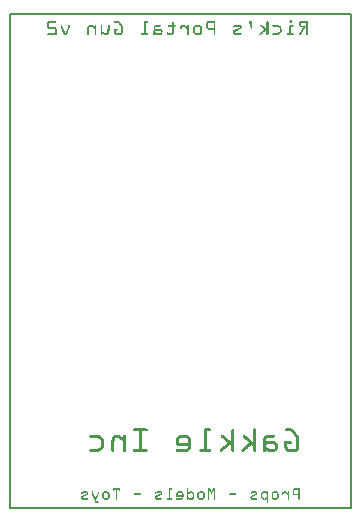
<source format=gbo>
G04 MADE WITH FRITZING*
G04 WWW.FRITZING.ORG*
G04 DOUBLE SIDED*
G04 HOLES PLATED*
G04 CONTOUR ON CENTER OF CONTOUR VECTOR*
%ASAXBY*%
%FSLAX23Y23*%
%MOIN*%
%OFA0B0*%
%SFA1.0B1.0*%
%ADD10R,1.145670X1.657480X1.129670X1.641480*%
%ADD11C,0.008000*%
%ADD12R,0.001000X0.001000*%
%LNSILK0*%
G90*
G70*
G54D11*
X4Y1653D02*
X1142Y1653D01*
X1142Y4D01*
X4Y4D01*
X4Y1653D01*
D02*
G54D12*
X938Y1631D02*
X943Y1631D01*
X937Y1630D02*
X944Y1630D01*
X136Y1629D02*
X157Y1629D01*
X354Y1629D02*
X362Y1629D01*
X454Y1629D02*
X462Y1629D01*
X669Y1629D02*
X689Y1629D01*
X804Y1629D02*
X809Y1629D01*
X937Y1629D02*
X945Y1629D01*
X977Y1629D02*
X997Y1629D01*
X133Y1628D02*
X159Y1628D01*
X352Y1628D02*
X366Y1628D01*
X452Y1628D02*
X465Y1628D01*
X665Y1628D02*
X689Y1628D01*
X802Y1628D02*
X811Y1628D01*
X861Y1628D02*
X865Y1628D01*
X936Y1628D02*
X945Y1628D01*
X974Y1628D02*
X998Y1628D01*
X132Y1627D02*
X159Y1627D01*
X351Y1627D02*
X368Y1627D01*
X451Y1627D02*
X465Y1627D01*
X663Y1627D02*
X689Y1627D01*
X801Y1627D02*
X812Y1627D01*
X861Y1627D02*
X865Y1627D01*
X936Y1627D02*
X945Y1627D01*
X972Y1627D02*
X998Y1627D01*
X131Y1626D02*
X159Y1626D01*
X351Y1626D02*
X369Y1626D01*
X451Y1626D02*
X465Y1626D01*
X547Y1626D02*
X549Y1626D01*
X662Y1626D02*
X689Y1626D01*
X801Y1626D02*
X812Y1626D01*
X860Y1626D02*
X865Y1626D01*
X937Y1626D02*
X945Y1626D01*
X971Y1626D02*
X998Y1626D01*
X131Y1625D02*
X159Y1625D01*
X351Y1625D02*
X370Y1625D01*
X451Y1625D02*
X465Y1625D01*
X546Y1625D02*
X550Y1625D01*
X661Y1625D02*
X689Y1625D01*
X801Y1625D02*
X812Y1625D01*
X860Y1625D02*
X866Y1625D01*
X937Y1625D02*
X945Y1625D01*
X970Y1625D02*
X998Y1625D01*
X130Y1624D02*
X159Y1624D01*
X352Y1624D02*
X370Y1624D01*
X451Y1624D02*
X465Y1624D01*
X546Y1624D02*
X550Y1624D01*
X661Y1624D02*
X689Y1624D01*
X802Y1624D02*
X812Y1624D01*
X860Y1624D02*
X866Y1624D01*
X937Y1624D02*
X944Y1624D01*
X970Y1624D02*
X998Y1624D01*
X130Y1623D02*
X157Y1623D01*
X353Y1623D02*
X371Y1623D01*
X451Y1623D02*
X463Y1623D01*
X545Y1623D02*
X551Y1623D01*
X660Y1623D02*
X689Y1623D01*
X802Y1623D02*
X812Y1623D01*
X860Y1623D02*
X866Y1623D01*
X939Y1623D02*
X942Y1623D01*
X969Y1623D02*
X998Y1623D01*
X130Y1622D02*
X135Y1622D01*
X365Y1622D02*
X372Y1622D01*
X451Y1622D02*
X456Y1622D01*
X545Y1622D02*
X551Y1622D01*
X660Y1622D02*
X666Y1622D01*
X684Y1622D02*
X689Y1622D01*
X802Y1622D02*
X812Y1622D01*
X860Y1622D02*
X866Y1622D01*
X969Y1622D02*
X975Y1622D01*
X993Y1622D02*
X998Y1622D01*
X130Y1621D02*
X135Y1621D01*
X366Y1621D02*
X373Y1621D01*
X451Y1621D02*
X456Y1621D01*
X545Y1621D02*
X551Y1621D01*
X660Y1621D02*
X665Y1621D01*
X684Y1621D02*
X689Y1621D01*
X802Y1621D02*
X812Y1621D01*
X860Y1621D02*
X866Y1621D01*
X969Y1621D02*
X974Y1621D01*
X993Y1621D02*
X998Y1621D01*
X130Y1620D02*
X135Y1620D01*
X367Y1620D02*
X374Y1620D01*
X451Y1620D02*
X456Y1620D01*
X545Y1620D02*
X551Y1620D01*
X660Y1620D02*
X665Y1620D01*
X684Y1620D02*
X689Y1620D01*
X803Y1620D02*
X812Y1620D01*
X860Y1620D02*
X866Y1620D01*
X969Y1620D02*
X974Y1620D01*
X993Y1620D02*
X998Y1620D01*
X130Y1619D02*
X135Y1619D01*
X367Y1619D02*
X374Y1619D01*
X451Y1619D02*
X456Y1619D01*
X545Y1619D02*
X551Y1619D01*
X660Y1619D02*
X665Y1619D01*
X684Y1619D02*
X689Y1619D01*
X803Y1619D02*
X812Y1619D01*
X860Y1619D02*
X866Y1619D01*
X968Y1619D02*
X974Y1619D01*
X993Y1619D02*
X998Y1619D01*
X130Y1618D02*
X135Y1618D01*
X368Y1618D02*
X375Y1618D01*
X451Y1618D02*
X456Y1618D01*
X545Y1618D02*
X551Y1618D01*
X660Y1618D02*
X665Y1618D01*
X684Y1618D02*
X689Y1618D01*
X803Y1618D02*
X812Y1618D01*
X860Y1618D02*
X866Y1618D01*
X968Y1618D02*
X974Y1618D01*
X993Y1618D02*
X998Y1618D01*
X130Y1617D02*
X135Y1617D01*
X369Y1617D02*
X376Y1617D01*
X451Y1617D02*
X456Y1617D01*
X545Y1617D02*
X551Y1617D01*
X660Y1617D02*
X665Y1617D01*
X684Y1617D02*
X689Y1617D01*
X804Y1617D02*
X812Y1617D01*
X860Y1617D02*
X866Y1617D01*
X968Y1617D02*
X974Y1617D01*
X993Y1617D02*
X998Y1617D01*
X130Y1616D02*
X135Y1616D01*
X177Y1616D02*
X177Y1616D01*
X201Y1616D02*
X201Y1616D01*
X272Y1616D02*
X276Y1616D01*
X289Y1616D02*
X289Y1616D01*
X309Y1616D02*
X309Y1616D01*
X370Y1616D02*
X377Y1616D01*
X451Y1616D02*
X456Y1616D01*
X492Y1616D02*
X504Y1616D01*
X533Y1616D02*
X554Y1616D01*
X580Y1616D02*
X586Y1616D01*
X598Y1616D02*
X598Y1616D01*
X626Y1616D02*
X635Y1616D01*
X660Y1616D02*
X665Y1616D01*
X684Y1616D02*
X689Y1616D01*
X756Y1616D02*
X770Y1616D01*
X804Y1616D02*
X812Y1616D01*
X842Y1616D02*
X842Y1616D01*
X860Y1616D02*
X866Y1616D01*
X883Y1616D02*
X896Y1616D01*
X939Y1616D02*
X948Y1616D01*
X969Y1616D02*
X974Y1616D01*
X993Y1616D02*
X998Y1616D01*
X130Y1615D02*
X135Y1615D01*
X175Y1615D02*
X179Y1615D01*
X199Y1615D02*
X203Y1615D01*
X268Y1615D02*
X279Y1615D01*
X288Y1615D02*
X291Y1615D01*
X307Y1615D02*
X311Y1615D01*
X332Y1615D02*
X335Y1615D01*
X371Y1615D02*
X377Y1615D01*
X451Y1615D02*
X456Y1615D01*
X489Y1615D02*
X506Y1615D01*
X531Y1615D02*
X556Y1615D01*
X576Y1615D02*
X588Y1615D01*
X596Y1615D02*
X600Y1615D01*
X623Y1615D02*
X638Y1615D01*
X660Y1615D02*
X665Y1615D01*
X684Y1615D02*
X689Y1615D01*
X752Y1615D02*
X773Y1615D01*
X804Y1615D02*
X812Y1615D01*
X840Y1615D02*
X844Y1615D01*
X860Y1615D02*
X866Y1615D01*
X881Y1615D02*
X899Y1615D01*
X937Y1615D02*
X950Y1615D01*
X969Y1615D02*
X974Y1615D01*
X993Y1615D02*
X998Y1615D01*
X130Y1614D02*
X135Y1614D01*
X175Y1614D02*
X179Y1614D01*
X199Y1614D02*
X203Y1614D01*
X267Y1614D02*
X281Y1614D01*
X287Y1614D02*
X292Y1614D01*
X307Y1614D02*
X312Y1614D01*
X331Y1614D02*
X336Y1614D01*
X371Y1614D02*
X378Y1614D01*
X451Y1614D02*
X456Y1614D01*
X487Y1614D02*
X506Y1614D01*
X531Y1614D02*
X556Y1614D01*
X575Y1614D02*
X589Y1614D01*
X596Y1614D02*
X601Y1614D01*
X621Y1614D02*
X639Y1614D01*
X660Y1614D02*
X665Y1614D01*
X684Y1614D02*
X689Y1614D01*
X751Y1614D02*
X774Y1614D01*
X804Y1614D02*
X812Y1614D01*
X839Y1614D02*
X845Y1614D01*
X860Y1614D02*
X866Y1614D01*
X880Y1614D02*
X901Y1614D01*
X937Y1614D02*
X951Y1614D01*
X969Y1614D02*
X975Y1614D01*
X993Y1614D02*
X998Y1614D01*
X130Y1613D02*
X135Y1613D01*
X174Y1613D02*
X179Y1613D01*
X199Y1613D02*
X204Y1613D01*
X266Y1613D02*
X282Y1613D01*
X287Y1613D02*
X292Y1613D01*
X307Y1613D02*
X312Y1613D01*
X331Y1613D02*
X336Y1613D01*
X372Y1613D02*
X379Y1613D01*
X451Y1613D02*
X456Y1613D01*
X486Y1613D02*
X506Y1613D01*
X530Y1613D02*
X557Y1613D01*
X574Y1613D02*
X590Y1613D01*
X596Y1613D02*
X601Y1613D01*
X620Y1613D02*
X640Y1613D01*
X660Y1613D02*
X665Y1613D01*
X684Y1613D02*
X689Y1613D01*
X750Y1613D02*
X775Y1613D01*
X805Y1613D02*
X812Y1613D01*
X839Y1613D02*
X846Y1613D01*
X860Y1613D02*
X866Y1613D01*
X880Y1613D02*
X902Y1613D01*
X937Y1613D02*
X951Y1613D01*
X969Y1613D02*
X998Y1613D01*
X130Y1612D02*
X135Y1612D01*
X174Y1612D02*
X179Y1612D01*
X199Y1612D02*
X204Y1612D01*
X265Y1612D02*
X284Y1612D01*
X287Y1612D02*
X292Y1612D01*
X307Y1612D02*
X312Y1612D01*
X331Y1612D02*
X336Y1612D01*
X373Y1612D02*
X379Y1612D01*
X451Y1612D02*
X456Y1612D01*
X485Y1612D02*
X506Y1612D01*
X531Y1612D02*
X556Y1612D01*
X573Y1612D02*
X592Y1612D01*
X596Y1612D02*
X601Y1612D01*
X619Y1612D02*
X642Y1612D01*
X660Y1612D02*
X665Y1612D01*
X684Y1612D02*
X689Y1612D01*
X749Y1612D02*
X776Y1612D01*
X805Y1612D02*
X812Y1612D01*
X839Y1612D02*
X847Y1612D01*
X860Y1612D02*
X866Y1612D01*
X880Y1612D02*
X904Y1612D01*
X936Y1612D02*
X951Y1612D01*
X970Y1612D02*
X998Y1612D01*
X130Y1611D02*
X135Y1611D01*
X174Y1611D02*
X179Y1611D01*
X199Y1611D02*
X204Y1611D01*
X264Y1611D02*
X292Y1611D01*
X307Y1611D02*
X312Y1611D01*
X331Y1611D02*
X336Y1611D01*
X374Y1611D02*
X380Y1611D01*
X451Y1611D02*
X456Y1611D01*
X485Y1611D02*
X506Y1611D01*
X531Y1611D02*
X556Y1611D01*
X572Y1611D02*
X593Y1611D01*
X596Y1611D02*
X601Y1611D01*
X618Y1611D02*
X643Y1611D01*
X660Y1611D02*
X665Y1611D01*
X684Y1611D02*
X689Y1611D01*
X749Y1611D02*
X776Y1611D01*
X805Y1611D02*
X812Y1611D01*
X840Y1611D02*
X848Y1611D01*
X860Y1611D02*
X866Y1611D01*
X881Y1611D02*
X905Y1611D01*
X936Y1611D02*
X950Y1611D01*
X970Y1611D02*
X998Y1611D01*
X130Y1610D02*
X135Y1610D01*
X174Y1610D02*
X179Y1610D01*
X199Y1610D02*
X204Y1610D01*
X264Y1610D02*
X292Y1610D01*
X307Y1610D02*
X312Y1610D01*
X331Y1610D02*
X336Y1610D01*
X374Y1610D02*
X380Y1610D01*
X451Y1610D02*
X456Y1610D01*
X484Y1610D02*
X504Y1610D01*
X533Y1610D02*
X554Y1610D01*
X572Y1610D02*
X594Y1610D01*
X596Y1610D02*
X601Y1610D01*
X617Y1610D02*
X643Y1610D01*
X660Y1610D02*
X665Y1610D01*
X684Y1610D02*
X689Y1610D01*
X749Y1610D02*
X776Y1610D01*
X806Y1610D02*
X812Y1610D01*
X841Y1610D02*
X850Y1610D01*
X860Y1610D02*
X866Y1610D01*
X883Y1610D02*
X906Y1610D01*
X936Y1610D02*
X948Y1610D01*
X971Y1610D02*
X998Y1610D01*
X130Y1609D02*
X135Y1609D01*
X174Y1609D02*
X179Y1609D01*
X199Y1609D02*
X204Y1609D01*
X264Y1609D02*
X269Y1609D01*
X278Y1609D02*
X292Y1609D01*
X307Y1609D02*
X312Y1609D01*
X331Y1609D02*
X336Y1609D01*
X375Y1609D02*
X380Y1609D01*
X451Y1609D02*
X456Y1609D01*
X484Y1609D02*
X490Y1609D01*
X545Y1609D02*
X551Y1609D01*
X572Y1609D02*
X577Y1609D01*
X587Y1609D02*
X601Y1609D01*
X616Y1609D02*
X624Y1609D01*
X637Y1609D02*
X644Y1609D01*
X660Y1609D02*
X665Y1609D01*
X684Y1609D02*
X689Y1609D01*
X749Y1609D02*
X754Y1609D01*
X771Y1609D02*
X776Y1609D01*
X806Y1609D02*
X812Y1609D01*
X842Y1609D02*
X851Y1609D01*
X860Y1609D02*
X866Y1609D01*
X898Y1609D02*
X907Y1609D01*
X936Y1609D02*
X942Y1609D01*
X973Y1609D02*
X998Y1609D01*
X130Y1608D02*
X155Y1608D01*
X174Y1608D02*
X180Y1608D01*
X198Y1608D02*
X204Y1608D01*
X263Y1608D02*
X269Y1608D01*
X280Y1608D02*
X292Y1608D01*
X307Y1608D02*
X312Y1608D01*
X331Y1608D02*
X336Y1608D01*
X375Y1608D02*
X380Y1608D01*
X451Y1608D02*
X456Y1608D01*
X484Y1608D02*
X489Y1608D01*
X545Y1608D02*
X551Y1608D01*
X571Y1608D02*
X577Y1608D01*
X588Y1608D02*
X601Y1608D01*
X616Y1608D02*
X622Y1608D01*
X638Y1608D02*
X644Y1608D01*
X660Y1608D02*
X665Y1608D01*
X684Y1608D02*
X689Y1608D01*
X750Y1608D02*
X752Y1608D01*
X771Y1608D02*
X776Y1608D01*
X806Y1608D02*
X812Y1608D01*
X843Y1608D02*
X852Y1608D01*
X860Y1608D02*
X866Y1608D01*
X900Y1608D02*
X908Y1608D01*
X936Y1608D02*
X942Y1608D01*
X974Y1608D02*
X998Y1608D01*
X130Y1607D02*
X157Y1607D01*
X174Y1607D02*
X180Y1607D01*
X198Y1607D02*
X204Y1607D01*
X263Y1607D02*
X269Y1607D01*
X281Y1607D02*
X292Y1607D01*
X307Y1607D02*
X312Y1607D01*
X331Y1607D02*
X336Y1607D01*
X375Y1607D02*
X380Y1607D01*
X451Y1607D02*
X456Y1607D01*
X484Y1607D02*
X489Y1607D01*
X545Y1607D02*
X551Y1607D01*
X571Y1607D02*
X577Y1607D01*
X589Y1607D02*
X601Y1607D01*
X616Y1607D02*
X621Y1607D01*
X639Y1607D02*
X645Y1607D01*
X660Y1607D02*
X665Y1607D01*
X684Y1607D02*
X689Y1607D01*
X771Y1607D02*
X776Y1607D01*
X807Y1607D02*
X812Y1607D01*
X845Y1607D02*
X853Y1607D01*
X860Y1607D02*
X866Y1607D01*
X901Y1607D02*
X908Y1607D01*
X936Y1607D02*
X942Y1607D01*
X981Y1607D02*
X987Y1607D01*
X993Y1607D02*
X998Y1607D01*
X131Y1606D02*
X158Y1606D01*
X175Y1606D02*
X181Y1606D01*
X197Y1606D02*
X203Y1606D01*
X263Y1606D02*
X268Y1606D01*
X283Y1606D02*
X292Y1606D01*
X307Y1606D02*
X312Y1606D01*
X331Y1606D02*
X336Y1606D01*
X375Y1606D02*
X380Y1606D01*
X451Y1606D02*
X456Y1606D01*
X484Y1606D02*
X489Y1606D01*
X545Y1606D02*
X551Y1606D01*
X571Y1606D02*
X577Y1606D01*
X590Y1606D02*
X601Y1606D01*
X616Y1606D02*
X621Y1606D01*
X640Y1606D02*
X645Y1606D01*
X660Y1606D02*
X667Y1606D01*
X684Y1606D02*
X689Y1606D01*
X769Y1606D02*
X776Y1606D01*
X807Y1606D02*
X812Y1606D01*
X846Y1606D02*
X854Y1606D01*
X860Y1606D02*
X866Y1606D01*
X902Y1606D02*
X909Y1606D01*
X936Y1606D02*
X942Y1606D01*
X981Y1606D02*
X987Y1606D01*
X993Y1606D02*
X998Y1606D01*
X131Y1605D02*
X159Y1605D01*
X175Y1605D02*
X181Y1605D01*
X197Y1605D02*
X203Y1605D01*
X263Y1605D02*
X268Y1605D01*
X284Y1605D02*
X292Y1605D01*
X307Y1605D02*
X312Y1605D01*
X331Y1605D02*
X336Y1605D01*
X375Y1605D02*
X380Y1605D01*
X451Y1605D02*
X456Y1605D01*
X484Y1605D02*
X489Y1605D01*
X545Y1605D02*
X551Y1605D01*
X571Y1605D02*
X576Y1605D01*
X591Y1605D02*
X601Y1605D01*
X616Y1605D02*
X621Y1605D01*
X640Y1605D02*
X645Y1605D01*
X660Y1605D02*
X689Y1605D01*
X767Y1605D02*
X776Y1605D01*
X807Y1605D02*
X812Y1605D01*
X847Y1605D02*
X855Y1605D01*
X860Y1605D02*
X866Y1605D01*
X903Y1605D02*
X909Y1605D01*
X936Y1605D02*
X942Y1605D01*
X980Y1605D02*
X986Y1605D01*
X993Y1605D02*
X998Y1605D01*
X132Y1604D02*
X159Y1604D01*
X176Y1604D02*
X181Y1604D01*
X197Y1604D02*
X202Y1604D01*
X263Y1604D02*
X268Y1604D01*
X286Y1604D02*
X292Y1604D01*
X307Y1604D02*
X312Y1604D01*
X331Y1604D02*
X336Y1604D01*
X375Y1604D02*
X380Y1604D01*
X451Y1604D02*
X456Y1604D01*
X484Y1604D02*
X489Y1604D01*
X545Y1604D02*
X551Y1604D01*
X572Y1604D02*
X576Y1604D01*
X592Y1604D02*
X601Y1604D01*
X615Y1604D02*
X621Y1604D01*
X640Y1604D02*
X645Y1604D01*
X661Y1604D02*
X689Y1604D01*
X764Y1604D02*
X775Y1604D01*
X807Y1604D02*
X812Y1604D01*
X848Y1604D02*
X857Y1604D01*
X860Y1604D02*
X866Y1604D01*
X904Y1604D02*
X909Y1604D01*
X936Y1604D02*
X942Y1604D01*
X979Y1604D02*
X986Y1604D01*
X993Y1604D02*
X998Y1604D01*
X133Y1603D02*
X159Y1603D01*
X176Y1603D02*
X182Y1603D01*
X196Y1603D02*
X202Y1603D01*
X263Y1603D02*
X268Y1603D01*
X287Y1603D02*
X292Y1603D01*
X307Y1603D02*
X312Y1603D01*
X331Y1603D02*
X336Y1603D01*
X351Y1603D02*
X363Y1603D01*
X375Y1603D02*
X380Y1603D01*
X451Y1603D02*
X456Y1603D01*
X484Y1603D02*
X489Y1603D01*
X491Y1603D02*
X505Y1603D01*
X545Y1603D02*
X551Y1603D01*
X572Y1603D02*
X576Y1603D01*
X594Y1603D02*
X601Y1603D01*
X615Y1603D02*
X621Y1603D01*
X640Y1603D02*
X645Y1603D01*
X662Y1603D02*
X689Y1603D01*
X762Y1603D02*
X774Y1603D01*
X808Y1603D02*
X811Y1603D01*
X849Y1603D02*
X858Y1603D01*
X860Y1603D02*
X866Y1603D01*
X904Y1603D02*
X910Y1603D01*
X936Y1603D02*
X942Y1603D01*
X979Y1603D02*
X985Y1603D01*
X993Y1603D02*
X998Y1603D01*
X154Y1602D02*
X160Y1602D01*
X177Y1602D02*
X182Y1602D01*
X196Y1602D02*
X201Y1602D01*
X263Y1602D02*
X268Y1602D01*
X287Y1602D02*
X292Y1602D01*
X307Y1602D02*
X312Y1602D01*
X331Y1602D02*
X336Y1602D01*
X351Y1602D02*
X364Y1602D01*
X375Y1602D02*
X380Y1602D01*
X451Y1602D02*
X456Y1602D01*
X484Y1602D02*
X508Y1602D01*
X545Y1602D02*
X551Y1602D01*
X595Y1602D02*
X601Y1602D01*
X615Y1602D02*
X621Y1602D01*
X640Y1602D02*
X645Y1602D01*
X663Y1602D02*
X689Y1602D01*
X760Y1602D02*
X773Y1602D01*
X850Y1602D02*
X866Y1602D01*
X904Y1602D02*
X910Y1602D01*
X936Y1602D02*
X942Y1602D01*
X978Y1602D02*
X984Y1602D01*
X993Y1602D02*
X998Y1602D01*
X154Y1601D02*
X160Y1601D01*
X177Y1601D02*
X183Y1601D01*
X195Y1601D02*
X201Y1601D01*
X263Y1601D02*
X268Y1601D01*
X287Y1601D02*
X292Y1601D01*
X307Y1601D02*
X312Y1601D01*
X331Y1601D02*
X336Y1601D01*
X351Y1601D02*
X365Y1601D01*
X375Y1601D02*
X380Y1601D01*
X451Y1601D02*
X456Y1601D01*
X484Y1601D02*
X509Y1601D01*
X545Y1601D02*
X551Y1601D01*
X596Y1601D02*
X601Y1601D01*
X615Y1601D02*
X621Y1601D01*
X640Y1601D02*
X645Y1601D01*
X664Y1601D02*
X689Y1601D01*
X757Y1601D02*
X772Y1601D01*
X852Y1601D02*
X866Y1601D01*
X904Y1601D02*
X910Y1601D01*
X936Y1601D02*
X942Y1601D01*
X978Y1601D02*
X984Y1601D01*
X993Y1601D02*
X998Y1601D01*
X154Y1600D02*
X160Y1600D01*
X177Y1600D02*
X183Y1600D01*
X195Y1600D02*
X201Y1600D01*
X263Y1600D02*
X268Y1600D01*
X287Y1600D02*
X292Y1600D01*
X307Y1600D02*
X312Y1600D01*
X330Y1600D02*
X336Y1600D01*
X351Y1600D02*
X365Y1600D01*
X375Y1600D02*
X380Y1600D01*
X451Y1600D02*
X456Y1600D01*
X484Y1600D02*
X510Y1600D01*
X545Y1600D02*
X551Y1600D01*
X596Y1600D02*
X601Y1600D01*
X615Y1600D02*
X621Y1600D01*
X640Y1600D02*
X645Y1600D01*
X666Y1600D02*
X689Y1600D01*
X755Y1600D02*
X769Y1600D01*
X852Y1600D02*
X866Y1600D01*
X904Y1600D02*
X910Y1600D01*
X936Y1600D02*
X942Y1600D01*
X977Y1600D02*
X983Y1600D01*
X993Y1600D02*
X998Y1600D01*
X154Y1599D02*
X160Y1599D01*
X178Y1599D02*
X184Y1599D01*
X194Y1599D02*
X200Y1599D01*
X263Y1599D02*
X268Y1599D01*
X287Y1599D02*
X292Y1599D01*
X307Y1599D02*
X312Y1599D01*
X330Y1599D02*
X336Y1599D01*
X351Y1599D02*
X365Y1599D01*
X375Y1599D02*
X380Y1599D01*
X451Y1599D02*
X456Y1599D01*
X484Y1599D02*
X511Y1599D01*
X545Y1599D02*
X551Y1599D01*
X596Y1599D02*
X601Y1599D01*
X615Y1599D02*
X621Y1599D01*
X640Y1599D02*
X645Y1599D01*
X684Y1599D02*
X689Y1599D01*
X753Y1599D02*
X767Y1599D01*
X851Y1599D02*
X866Y1599D01*
X904Y1599D02*
X910Y1599D01*
X936Y1599D02*
X942Y1599D01*
X976Y1599D02*
X983Y1599D01*
X993Y1599D02*
X998Y1599D01*
X154Y1598D02*
X160Y1598D01*
X178Y1598D02*
X184Y1598D01*
X194Y1598D02*
X200Y1598D01*
X263Y1598D02*
X268Y1598D01*
X287Y1598D02*
X292Y1598D01*
X307Y1598D02*
X312Y1598D01*
X330Y1598D02*
X336Y1598D01*
X351Y1598D02*
X364Y1598D01*
X375Y1598D02*
X380Y1598D01*
X451Y1598D02*
X456Y1598D01*
X484Y1598D02*
X512Y1598D01*
X545Y1598D02*
X551Y1598D01*
X596Y1598D02*
X601Y1598D01*
X615Y1598D02*
X621Y1598D01*
X640Y1598D02*
X645Y1598D01*
X684Y1598D02*
X689Y1598D01*
X751Y1598D02*
X765Y1598D01*
X850Y1598D02*
X866Y1598D01*
X904Y1598D02*
X910Y1598D01*
X936Y1598D02*
X942Y1598D01*
X976Y1598D02*
X982Y1598D01*
X993Y1598D02*
X998Y1598D01*
X154Y1597D02*
X160Y1597D01*
X179Y1597D02*
X184Y1597D01*
X194Y1597D02*
X199Y1597D01*
X263Y1597D02*
X268Y1597D01*
X287Y1597D02*
X292Y1597D01*
X307Y1597D02*
X312Y1597D01*
X330Y1597D02*
X336Y1597D01*
X351Y1597D02*
X362Y1597D01*
X375Y1597D02*
X380Y1597D01*
X451Y1597D02*
X456Y1597D01*
X484Y1597D02*
X512Y1597D01*
X545Y1597D02*
X551Y1597D01*
X596Y1597D02*
X601Y1597D01*
X615Y1597D02*
X621Y1597D01*
X640Y1597D02*
X645Y1597D01*
X684Y1597D02*
X689Y1597D01*
X750Y1597D02*
X763Y1597D01*
X849Y1597D02*
X866Y1597D01*
X904Y1597D02*
X910Y1597D01*
X936Y1597D02*
X942Y1597D01*
X975Y1597D02*
X981Y1597D01*
X993Y1597D02*
X998Y1597D01*
X154Y1596D02*
X160Y1596D01*
X179Y1596D02*
X185Y1596D01*
X193Y1596D02*
X199Y1596D01*
X263Y1596D02*
X268Y1596D01*
X287Y1596D02*
X292Y1596D01*
X307Y1596D02*
X312Y1596D01*
X330Y1596D02*
X335Y1596D01*
X351Y1596D02*
X356Y1596D01*
X375Y1596D02*
X380Y1596D01*
X451Y1596D02*
X456Y1596D01*
X484Y1596D02*
X490Y1596D01*
X506Y1596D02*
X512Y1596D01*
X545Y1596D02*
X551Y1596D01*
X596Y1596D02*
X601Y1596D01*
X615Y1596D02*
X621Y1596D01*
X640Y1596D02*
X645Y1596D01*
X684Y1596D02*
X689Y1596D01*
X750Y1596D02*
X760Y1596D01*
X848Y1596D02*
X866Y1596D01*
X904Y1596D02*
X910Y1596D01*
X936Y1596D02*
X942Y1596D01*
X975Y1596D02*
X981Y1596D01*
X993Y1596D02*
X998Y1596D01*
X154Y1595D02*
X160Y1595D01*
X180Y1595D02*
X185Y1595D01*
X193Y1595D02*
X198Y1595D01*
X263Y1595D02*
X268Y1595D01*
X287Y1595D02*
X292Y1595D01*
X307Y1595D02*
X312Y1595D01*
X330Y1595D02*
X335Y1595D01*
X351Y1595D02*
X356Y1595D01*
X375Y1595D02*
X380Y1595D01*
X451Y1595D02*
X456Y1595D01*
X484Y1595D02*
X489Y1595D01*
X507Y1595D02*
X512Y1595D01*
X545Y1595D02*
X551Y1595D01*
X596Y1595D02*
X601Y1595D01*
X615Y1595D02*
X621Y1595D01*
X640Y1595D02*
X645Y1595D01*
X684Y1595D02*
X689Y1595D01*
X749Y1595D02*
X758Y1595D01*
X847Y1595D02*
X855Y1595D01*
X859Y1595D02*
X866Y1595D01*
X904Y1595D02*
X910Y1595D01*
X936Y1595D02*
X942Y1595D01*
X974Y1595D02*
X980Y1595D01*
X993Y1595D02*
X998Y1595D01*
X154Y1594D02*
X160Y1594D01*
X180Y1594D02*
X186Y1594D01*
X192Y1594D02*
X198Y1594D01*
X263Y1594D02*
X268Y1594D01*
X287Y1594D02*
X292Y1594D01*
X307Y1594D02*
X312Y1594D01*
X330Y1594D02*
X335Y1594D01*
X351Y1594D02*
X356Y1594D01*
X375Y1594D02*
X380Y1594D01*
X451Y1594D02*
X456Y1594D01*
X483Y1594D02*
X489Y1594D01*
X507Y1594D02*
X513Y1594D01*
X545Y1594D02*
X551Y1594D01*
X596Y1594D02*
X601Y1594D01*
X615Y1594D02*
X621Y1594D01*
X640Y1594D02*
X645Y1594D01*
X684Y1594D02*
X689Y1594D01*
X749Y1594D02*
X756Y1594D01*
X846Y1594D02*
X854Y1594D01*
X860Y1594D02*
X866Y1594D01*
X904Y1594D02*
X910Y1594D01*
X936Y1594D02*
X942Y1594D01*
X974Y1594D02*
X980Y1594D01*
X993Y1594D02*
X998Y1594D01*
X154Y1593D02*
X160Y1593D01*
X181Y1593D02*
X186Y1593D01*
X192Y1593D02*
X198Y1593D01*
X263Y1593D02*
X268Y1593D01*
X287Y1593D02*
X292Y1593D01*
X307Y1593D02*
X313Y1593D01*
X330Y1593D02*
X335Y1593D01*
X351Y1593D02*
X356Y1593D01*
X375Y1593D02*
X380Y1593D01*
X451Y1593D02*
X456Y1593D01*
X483Y1593D02*
X489Y1593D01*
X507Y1593D02*
X513Y1593D01*
X545Y1593D02*
X551Y1593D01*
X596Y1593D02*
X601Y1593D01*
X615Y1593D02*
X621Y1593D01*
X640Y1593D02*
X645Y1593D01*
X684Y1593D02*
X689Y1593D01*
X748Y1593D02*
X754Y1593D01*
X844Y1593D02*
X853Y1593D01*
X860Y1593D02*
X866Y1593D01*
X904Y1593D02*
X909Y1593D01*
X936Y1593D02*
X942Y1593D01*
X973Y1593D02*
X979Y1593D01*
X993Y1593D02*
X998Y1593D01*
X154Y1592D02*
X160Y1592D01*
X181Y1592D02*
X187Y1592D01*
X191Y1592D02*
X197Y1592D01*
X263Y1592D02*
X268Y1592D01*
X287Y1592D02*
X292Y1592D01*
X307Y1592D02*
X315Y1592D01*
X330Y1592D02*
X335Y1592D01*
X351Y1592D02*
X356Y1592D01*
X375Y1592D02*
X380Y1592D01*
X451Y1592D02*
X456Y1592D01*
X483Y1592D02*
X489Y1592D01*
X507Y1592D02*
X513Y1592D01*
X528Y1592D02*
X531Y1592D01*
X545Y1592D02*
X551Y1592D01*
X596Y1592D02*
X601Y1592D01*
X616Y1592D02*
X621Y1592D01*
X640Y1592D02*
X645Y1592D01*
X684Y1592D02*
X689Y1592D01*
X748Y1592D02*
X753Y1592D01*
X843Y1592D02*
X852Y1592D01*
X860Y1592D02*
X866Y1592D01*
X903Y1592D02*
X909Y1592D01*
X936Y1592D02*
X942Y1592D01*
X972Y1592D02*
X979Y1592D01*
X993Y1592D02*
X998Y1592D01*
X154Y1591D02*
X160Y1591D01*
X181Y1591D02*
X187Y1591D01*
X191Y1591D02*
X197Y1591D01*
X263Y1591D02*
X268Y1591D01*
X287Y1591D02*
X292Y1591D01*
X307Y1591D02*
X316Y1591D01*
X330Y1591D02*
X335Y1591D01*
X351Y1591D02*
X356Y1591D01*
X375Y1591D02*
X380Y1591D01*
X451Y1591D02*
X456Y1591D01*
X483Y1591D02*
X489Y1591D01*
X507Y1591D02*
X513Y1591D01*
X528Y1591D02*
X532Y1591D01*
X545Y1591D02*
X551Y1591D01*
X596Y1591D02*
X601Y1591D01*
X616Y1591D02*
X621Y1591D01*
X639Y1591D02*
X645Y1591D01*
X684Y1591D02*
X689Y1591D01*
X748Y1591D02*
X753Y1591D01*
X842Y1591D02*
X851Y1591D01*
X860Y1591D02*
X866Y1591D01*
X901Y1591D02*
X909Y1591D01*
X936Y1591D02*
X942Y1591D01*
X972Y1591D02*
X978Y1591D01*
X993Y1591D02*
X998Y1591D01*
X154Y1590D02*
X160Y1590D01*
X182Y1590D02*
X188Y1590D01*
X191Y1590D02*
X196Y1590D01*
X263Y1590D02*
X268Y1590D01*
X287Y1590D02*
X292Y1590D01*
X307Y1590D02*
X318Y1590D01*
X330Y1590D02*
X335Y1590D01*
X351Y1590D02*
X356Y1590D01*
X375Y1590D02*
X380Y1590D01*
X451Y1590D02*
X456Y1590D01*
X483Y1590D02*
X491Y1590D01*
X507Y1590D02*
X512Y1590D01*
X527Y1590D02*
X532Y1590D01*
X545Y1590D02*
X551Y1590D01*
X596Y1590D02*
X601Y1590D01*
X616Y1590D02*
X622Y1590D01*
X639Y1590D02*
X645Y1590D01*
X684Y1590D02*
X689Y1590D01*
X748Y1590D02*
X753Y1590D01*
X775Y1590D02*
X775Y1590D01*
X841Y1590D02*
X849Y1590D01*
X860Y1590D02*
X866Y1590D01*
X900Y1590D02*
X908Y1590D01*
X936Y1590D02*
X942Y1590D01*
X971Y1590D02*
X977Y1590D01*
X993Y1590D02*
X998Y1590D01*
X154Y1589D02*
X160Y1589D01*
X182Y1589D02*
X188Y1589D01*
X190Y1589D02*
X196Y1589D01*
X263Y1589D02*
X268Y1589D01*
X287Y1589D02*
X292Y1589D01*
X307Y1589D02*
X320Y1589D01*
X330Y1589D02*
X335Y1589D01*
X351Y1589D02*
X357Y1589D01*
X374Y1589D02*
X380Y1589D01*
X451Y1589D02*
X456Y1589D01*
X483Y1589D02*
X493Y1589D01*
X507Y1589D02*
X512Y1589D01*
X527Y1589D02*
X533Y1589D01*
X545Y1589D02*
X550Y1589D01*
X596Y1589D02*
X601Y1589D01*
X616Y1589D02*
X623Y1589D01*
X637Y1589D02*
X644Y1589D01*
X684Y1589D02*
X689Y1589D01*
X748Y1589D02*
X754Y1589D01*
X773Y1589D02*
X777Y1589D01*
X840Y1589D02*
X848Y1589D01*
X860Y1589D02*
X866Y1589D01*
X899Y1589D02*
X907Y1589D01*
X936Y1589D02*
X942Y1589D01*
X971Y1589D02*
X977Y1589D01*
X993Y1589D02*
X998Y1589D01*
X154Y1588D02*
X160Y1588D01*
X183Y1588D02*
X195Y1588D01*
X263Y1588D02*
X268Y1588D01*
X287Y1588D02*
X292Y1588D01*
X307Y1588D02*
X321Y1588D01*
X329Y1588D02*
X335Y1588D01*
X351Y1588D02*
X358Y1588D01*
X373Y1588D02*
X380Y1588D01*
X451Y1588D02*
X456Y1588D01*
X483Y1588D02*
X494Y1588D01*
X506Y1588D02*
X512Y1588D01*
X528Y1588D02*
X534Y1588D01*
X544Y1588D02*
X550Y1588D01*
X596Y1588D02*
X601Y1588D01*
X617Y1588D02*
X624Y1588D01*
X636Y1588D02*
X644Y1588D01*
X684Y1588D02*
X689Y1588D01*
X748Y1588D02*
X755Y1588D01*
X771Y1588D02*
X777Y1588D01*
X839Y1588D02*
X847Y1588D01*
X860Y1588D02*
X866Y1588D01*
X898Y1588D02*
X906Y1588D01*
X936Y1588D02*
X942Y1588D01*
X970Y1588D02*
X976Y1588D01*
X993Y1588D02*
X998Y1588D01*
X132Y1587D02*
X160Y1587D01*
X183Y1587D02*
X195Y1587D01*
X263Y1587D02*
X268Y1587D01*
X287Y1587D02*
X292Y1587D01*
X307Y1587D02*
X335Y1587D01*
X352Y1587D02*
X379Y1587D01*
X443Y1587D02*
X464Y1587D01*
X483Y1587D02*
X512Y1587D01*
X528Y1587D02*
X550Y1587D01*
X596Y1587D02*
X601Y1587D01*
X617Y1587D02*
X643Y1587D01*
X684Y1587D02*
X689Y1587D01*
X749Y1587D02*
X777Y1587D01*
X837Y1587D02*
X846Y1587D01*
X860Y1587D02*
X866Y1587D01*
X882Y1587D02*
X905Y1587D01*
X929Y1587D02*
X949Y1587D01*
X969Y1587D02*
X976Y1587D01*
X993Y1587D02*
X998Y1587D01*
X131Y1586D02*
X160Y1586D01*
X184Y1586D02*
X194Y1586D01*
X263Y1586D02*
X268Y1586D01*
X287Y1586D02*
X292Y1586D01*
X307Y1586D02*
X312Y1586D01*
X314Y1586D02*
X334Y1586D01*
X352Y1586D02*
X379Y1586D01*
X443Y1586D02*
X465Y1586D01*
X483Y1586D02*
X511Y1586D01*
X529Y1586D02*
X549Y1586D01*
X596Y1586D02*
X601Y1586D01*
X618Y1586D02*
X642Y1586D01*
X684Y1586D02*
X689Y1586D01*
X749Y1586D02*
X777Y1586D01*
X837Y1586D02*
X845Y1586D01*
X860Y1586D02*
X866Y1586D01*
X881Y1586D02*
X904Y1586D01*
X928Y1586D02*
X950Y1586D01*
X969Y1586D02*
X975Y1586D01*
X993Y1586D02*
X998Y1586D01*
X130Y1585D02*
X160Y1585D01*
X184Y1585D02*
X194Y1585D01*
X263Y1585D02*
X268Y1585D01*
X287Y1585D02*
X292Y1585D01*
X307Y1585D02*
X312Y1585D01*
X315Y1585D02*
X333Y1585D01*
X353Y1585D02*
X378Y1585D01*
X442Y1585D02*
X465Y1585D01*
X483Y1585D02*
X511Y1585D01*
X529Y1585D02*
X549Y1585D01*
X596Y1585D02*
X601Y1585D01*
X619Y1585D02*
X641Y1585D01*
X684Y1585D02*
X689Y1585D01*
X750Y1585D02*
X776Y1585D01*
X836Y1585D02*
X844Y1585D01*
X860Y1585D02*
X866Y1585D01*
X880Y1585D02*
X903Y1585D01*
X928Y1585D02*
X951Y1585D01*
X969Y1585D02*
X974Y1585D01*
X993Y1585D02*
X998Y1585D01*
X130Y1584D02*
X160Y1584D01*
X184Y1584D02*
X194Y1584D01*
X263Y1584D02*
X268Y1584D01*
X287Y1584D02*
X292Y1584D01*
X307Y1584D02*
X312Y1584D01*
X317Y1584D02*
X332Y1584D01*
X354Y1584D02*
X377Y1584D01*
X442Y1584D02*
X465Y1584D01*
X483Y1584D02*
X488Y1584D01*
X490Y1584D02*
X510Y1584D01*
X530Y1584D02*
X548Y1584D01*
X596Y1584D02*
X601Y1584D01*
X621Y1584D02*
X640Y1584D01*
X684Y1584D02*
X689Y1584D01*
X751Y1584D02*
X775Y1584D01*
X836Y1584D02*
X842Y1584D01*
X860Y1584D02*
X865Y1584D01*
X880Y1584D02*
X902Y1584D01*
X928Y1584D02*
X951Y1584D01*
X969Y1584D02*
X974Y1584D01*
X993Y1584D02*
X998Y1584D01*
X131Y1583D02*
X160Y1583D01*
X185Y1583D02*
X193Y1583D01*
X263Y1583D02*
X267Y1583D01*
X287Y1583D02*
X291Y1583D01*
X307Y1583D02*
X311Y1583D01*
X319Y1583D02*
X331Y1583D01*
X355Y1583D02*
X376Y1583D01*
X443Y1583D02*
X465Y1583D01*
X484Y1583D02*
X488Y1583D01*
X492Y1583D02*
X508Y1583D01*
X531Y1583D02*
X547Y1583D01*
X596Y1583D02*
X600Y1583D01*
X622Y1583D02*
X639Y1583D01*
X684Y1583D02*
X689Y1583D01*
X752Y1583D02*
X774Y1583D01*
X837Y1583D02*
X841Y1583D01*
X861Y1583D02*
X865Y1583D01*
X881Y1583D02*
X900Y1583D01*
X928Y1583D02*
X950Y1583D01*
X969Y1583D02*
X973Y1583D01*
X993Y1583D02*
X997Y1583D01*
X132Y1582D02*
X160Y1582D01*
X186Y1582D02*
X192Y1582D01*
X264Y1582D02*
X266Y1582D01*
X288Y1582D02*
X291Y1582D01*
X308Y1582D02*
X310Y1582D01*
X321Y1582D02*
X329Y1582D01*
X357Y1582D02*
X374Y1582D01*
X443Y1582D02*
X464Y1582D01*
X485Y1582D02*
X487Y1582D01*
X494Y1582D02*
X507Y1582D01*
X533Y1582D02*
X545Y1582D01*
X597Y1582D02*
X599Y1582D01*
X624Y1582D02*
X637Y1582D01*
X685Y1582D02*
X688Y1582D01*
X754Y1582D02*
X771Y1582D01*
X837Y1582D02*
X840Y1582D01*
X862Y1582D02*
X864Y1582D01*
X882Y1582D02*
X899Y1582D01*
X929Y1582D02*
X949Y1582D01*
X970Y1582D02*
X972Y1582D01*
X994Y1582D02*
X997Y1582D01*
X419Y270D02*
X459Y270D01*
X656Y270D02*
X671Y270D01*
X748Y270D02*
X748Y270D01*
X820Y270D02*
X820Y270D01*
X925Y270D02*
X941Y270D01*
X417Y269D02*
X461Y269D01*
X653Y269D02*
X673Y269D01*
X745Y269D02*
X750Y269D01*
X818Y269D02*
X823Y269D01*
X922Y269D02*
X945Y269D01*
X416Y268D02*
X462Y268D01*
X652Y268D02*
X674Y268D01*
X744Y268D02*
X751Y268D01*
X817Y268D02*
X824Y268D01*
X921Y268D02*
X947Y268D01*
X415Y267D02*
X463Y267D01*
X652Y267D02*
X675Y267D01*
X744Y267D02*
X752Y267D01*
X816Y267D02*
X824Y267D01*
X921Y267D02*
X949Y267D01*
X415Y266D02*
X463Y266D01*
X651Y266D02*
X675Y266D01*
X743Y266D02*
X752Y266D01*
X816Y266D02*
X824Y266D01*
X921Y266D02*
X950Y266D01*
X415Y265D02*
X463Y265D01*
X651Y265D02*
X675Y265D01*
X743Y265D02*
X752Y265D01*
X816Y265D02*
X825Y265D01*
X920Y265D02*
X951Y265D01*
X415Y264D02*
X463Y264D01*
X651Y264D02*
X675Y264D01*
X743Y264D02*
X752Y264D01*
X816Y264D02*
X825Y264D01*
X921Y264D02*
X952Y264D01*
X415Y263D02*
X463Y263D01*
X651Y263D02*
X675Y263D01*
X743Y263D02*
X752Y263D01*
X816Y263D02*
X825Y263D01*
X921Y263D02*
X952Y263D01*
X416Y262D02*
X462Y262D01*
X651Y262D02*
X674Y262D01*
X743Y262D02*
X752Y262D01*
X816Y262D02*
X825Y262D01*
X922Y262D02*
X953Y262D01*
X417Y261D02*
X461Y261D01*
X651Y261D02*
X673Y261D01*
X743Y261D02*
X752Y261D01*
X816Y261D02*
X825Y261D01*
X923Y261D02*
X954Y261D01*
X434Y260D02*
X444Y260D01*
X651Y260D02*
X661Y260D01*
X743Y260D02*
X752Y260D01*
X816Y260D02*
X825Y260D01*
X941Y260D02*
X955Y260D01*
X434Y259D02*
X444Y259D01*
X651Y259D02*
X660Y259D01*
X743Y259D02*
X752Y259D01*
X816Y259D02*
X825Y259D01*
X943Y259D02*
X955Y259D01*
X434Y258D02*
X444Y258D01*
X651Y258D02*
X660Y258D01*
X743Y258D02*
X752Y258D01*
X816Y258D02*
X825Y258D01*
X944Y258D02*
X956Y258D01*
X434Y257D02*
X444Y257D01*
X651Y257D02*
X660Y257D01*
X743Y257D02*
X752Y257D01*
X816Y257D02*
X825Y257D01*
X945Y257D02*
X957Y257D01*
X434Y256D02*
X444Y256D01*
X651Y256D02*
X660Y256D01*
X743Y256D02*
X752Y256D01*
X816Y256D02*
X825Y256D01*
X946Y256D02*
X958Y256D01*
X434Y255D02*
X444Y255D01*
X651Y255D02*
X660Y255D01*
X743Y255D02*
X752Y255D01*
X816Y255D02*
X825Y255D01*
X947Y255D02*
X959Y255D01*
X434Y254D02*
X444Y254D01*
X651Y254D02*
X660Y254D01*
X743Y254D02*
X752Y254D01*
X816Y254D02*
X825Y254D01*
X947Y254D02*
X959Y254D01*
X434Y253D02*
X444Y253D01*
X651Y253D02*
X660Y253D01*
X743Y253D02*
X752Y253D01*
X816Y253D02*
X825Y253D01*
X948Y253D02*
X960Y253D01*
X434Y252D02*
X444Y252D01*
X651Y252D02*
X660Y252D01*
X743Y252D02*
X752Y252D01*
X816Y252D02*
X825Y252D01*
X949Y252D02*
X961Y252D01*
X434Y251D02*
X444Y251D01*
X651Y251D02*
X660Y251D01*
X743Y251D02*
X752Y251D01*
X816Y251D02*
X825Y251D01*
X950Y251D02*
X962Y251D01*
X434Y250D02*
X444Y250D01*
X651Y250D02*
X660Y250D01*
X743Y250D02*
X752Y250D01*
X816Y250D02*
X825Y250D01*
X951Y250D02*
X962Y250D01*
X434Y249D02*
X444Y249D01*
X651Y249D02*
X660Y249D01*
X743Y249D02*
X752Y249D01*
X816Y249D02*
X825Y249D01*
X951Y249D02*
X963Y249D01*
X272Y248D02*
X300Y248D01*
X353Y248D02*
X368Y248D01*
X384Y248D02*
X389Y248D01*
X434Y248D02*
X444Y248D01*
X572Y248D02*
X595Y248D01*
X651Y248D02*
X660Y248D01*
X711Y248D02*
X715Y248D01*
X743Y248D02*
X752Y248D01*
X783Y248D02*
X788Y248D01*
X816Y248D02*
X825Y248D01*
X859Y248D02*
X885Y248D01*
X952Y248D02*
X964Y248D01*
X271Y247D02*
X303Y247D01*
X351Y247D02*
X371Y247D01*
X383Y247D02*
X390Y247D01*
X434Y247D02*
X444Y247D01*
X570Y247D02*
X597Y247D01*
X651Y247D02*
X660Y247D01*
X710Y247D02*
X717Y247D01*
X743Y247D02*
X752Y247D01*
X782Y247D02*
X789Y247D01*
X816Y247D02*
X825Y247D01*
X857Y247D02*
X886Y247D01*
X953Y247D02*
X965Y247D01*
X271Y246D02*
X304Y246D01*
X350Y246D02*
X372Y246D01*
X383Y246D02*
X391Y246D01*
X434Y246D02*
X444Y246D01*
X569Y246D02*
X598Y246D01*
X651Y246D02*
X660Y246D01*
X709Y246D02*
X718Y246D01*
X743Y246D02*
X752Y246D01*
X781Y246D02*
X790Y246D01*
X816Y246D02*
X825Y246D01*
X856Y246D02*
X886Y246D01*
X954Y246D02*
X965Y246D01*
X270Y245D02*
X306Y245D01*
X349Y245D02*
X374Y245D01*
X382Y245D02*
X391Y245D01*
X434Y245D02*
X444Y245D01*
X568Y245D02*
X599Y245D01*
X651Y245D02*
X660Y245D01*
X709Y245D02*
X719Y245D01*
X743Y245D02*
X752Y245D01*
X781Y245D02*
X791Y245D01*
X816Y245D02*
X825Y245D01*
X854Y245D02*
X887Y245D01*
X955Y245D02*
X966Y245D01*
X270Y244D02*
X307Y244D01*
X348Y244D02*
X375Y244D01*
X382Y244D02*
X391Y244D01*
X434Y244D02*
X444Y244D01*
X566Y244D02*
X601Y244D01*
X651Y244D02*
X660Y244D01*
X709Y244D02*
X720Y244D01*
X743Y244D02*
X752Y244D01*
X781Y244D02*
X793Y244D01*
X816Y244D02*
X825Y244D01*
X853Y244D02*
X887Y244D01*
X955Y244D02*
X967Y244D01*
X270Y243D02*
X308Y243D01*
X347Y243D02*
X377Y243D01*
X382Y243D02*
X391Y243D01*
X434Y243D02*
X444Y243D01*
X565Y243D02*
X602Y243D01*
X651Y243D02*
X660Y243D01*
X709Y243D02*
X721Y243D01*
X743Y243D02*
X752Y243D01*
X781Y243D02*
X794Y243D01*
X816Y243D02*
X825Y243D01*
X852Y243D02*
X887Y243D01*
X956Y243D02*
X967Y243D01*
X270Y242D02*
X309Y242D01*
X346Y242D02*
X379Y242D01*
X382Y242D02*
X391Y242D01*
X434Y242D02*
X444Y242D01*
X564Y242D02*
X603Y242D01*
X651Y242D02*
X660Y242D01*
X709Y242D02*
X723Y242D01*
X743Y242D02*
X752Y242D01*
X781Y242D02*
X795Y242D01*
X816Y242D02*
X825Y242D01*
X852Y242D02*
X887Y242D01*
X957Y242D02*
X968Y242D01*
X271Y241D02*
X310Y241D01*
X345Y241D02*
X380Y241D01*
X382Y241D02*
X391Y241D01*
X434Y241D02*
X444Y241D01*
X563Y241D02*
X604Y241D01*
X651Y241D02*
X660Y241D01*
X710Y241D02*
X724Y241D01*
X743Y241D02*
X752Y241D01*
X782Y241D02*
X796Y241D01*
X816Y241D02*
X825Y241D01*
X851Y241D02*
X886Y241D01*
X958Y241D02*
X968Y241D01*
X272Y240D02*
X311Y240D01*
X345Y240D02*
X391Y240D01*
X434Y240D02*
X444Y240D01*
X562Y240D02*
X605Y240D01*
X651Y240D02*
X660Y240D01*
X710Y240D02*
X725Y240D01*
X743Y240D02*
X752Y240D01*
X783Y240D02*
X797Y240D01*
X816Y240D02*
X825Y240D01*
X851Y240D02*
X885Y240D01*
X958Y240D02*
X968Y240D01*
X274Y239D02*
X312Y239D01*
X345Y239D02*
X391Y239D01*
X434Y239D02*
X444Y239D01*
X562Y239D02*
X605Y239D01*
X651Y239D02*
X660Y239D01*
X712Y239D02*
X726Y239D01*
X743Y239D02*
X752Y239D01*
X784Y239D02*
X798Y239D01*
X816Y239D02*
X825Y239D01*
X850Y239D02*
X883Y239D01*
X959Y239D02*
X969Y239D01*
X299Y238D02*
X314Y238D01*
X344Y238D02*
X355Y238D01*
X367Y238D02*
X391Y238D01*
X434Y238D02*
X444Y238D01*
X561Y238D02*
X574Y238D01*
X593Y238D02*
X606Y238D01*
X651Y238D02*
X660Y238D01*
X713Y238D02*
X727Y238D01*
X743Y238D02*
X752Y238D01*
X785Y238D02*
X800Y238D01*
X816Y238D02*
X825Y238D01*
X850Y238D02*
X860Y238D01*
X959Y238D02*
X969Y238D01*
X300Y237D02*
X315Y237D01*
X344Y237D02*
X354Y237D01*
X369Y237D02*
X391Y237D01*
X434Y237D02*
X444Y237D01*
X560Y237D02*
X572Y237D01*
X594Y237D02*
X606Y237D01*
X651Y237D02*
X660Y237D01*
X714Y237D02*
X728Y237D01*
X743Y237D02*
X752Y237D01*
X786Y237D02*
X801Y237D01*
X816Y237D02*
X825Y237D01*
X850Y237D02*
X860Y237D01*
X960Y237D02*
X969Y237D01*
X301Y236D02*
X315Y236D01*
X344Y236D02*
X353Y236D01*
X370Y236D02*
X391Y236D01*
X434Y236D02*
X444Y236D01*
X560Y236D02*
X571Y236D01*
X596Y236D02*
X607Y236D01*
X651Y236D02*
X660Y236D01*
X715Y236D02*
X730Y236D01*
X743Y236D02*
X752Y236D01*
X787Y236D02*
X802Y236D01*
X816Y236D02*
X825Y236D01*
X850Y236D02*
X859Y236D01*
X960Y236D02*
X969Y236D01*
X303Y235D02*
X316Y235D01*
X344Y235D02*
X353Y235D01*
X372Y235D02*
X391Y235D01*
X434Y235D02*
X444Y235D01*
X560Y235D02*
X570Y235D01*
X597Y235D02*
X607Y235D01*
X651Y235D02*
X660Y235D01*
X716Y235D02*
X731Y235D01*
X743Y235D02*
X752Y235D01*
X789Y235D02*
X803Y235D01*
X816Y235D02*
X825Y235D01*
X849Y235D02*
X859Y235D01*
X960Y235D02*
X969Y235D01*
X304Y234D02*
X317Y234D01*
X344Y234D02*
X353Y234D01*
X373Y234D02*
X391Y234D01*
X434Y234D02*
X444Y234D01*
X559Y234D02*
X569Y234D01*
X597Y234D02*
X607Y234D01*
X651Y234D02*
X660Y234D01*
X717Y234D02*
X732Y234D01*
X743Y234D02*
X752Y234D01*
X790Y234D02*
X804Y234D01*
X816Y234D02*
X825Y234D01*
X849Y234D02*
X859Y234D01*
X960Y234D02*
X969Y234D01*
X305Y233D02*
X317Y233D01*
X344Y233D02*
X353Y233D01*
X375Y233D02*
X391Y233D01*
X434Y233D02*
X444Y233D01*
X559Y233D02*
X569Y233D01*
X598Y233D02*
X608Y233D01*
X651Y233D02*
X660Y233D01*
X719Y233D02*
X733Y233D01*
X743Y233D02*
X752Y233D01*
X791Y233D02*
X805Y233D01*
X816Y233D02*
X825Y233D01*
X849Y233D02*
X859Y233D01*
X960Y233D02*
X969Y233D01*
X306Y232D02*
X318Y232D01*
X344Y232D02*
X353Y232D01*
X376Y232D02*
X391Y232D01*
X434Y232D02*
X444Y232D01*
X559Y232D02*
X568Y232D01*
X599Y232D02*
X608Y232D01*
X651Y232D02*
X660Y232D01*
X720Y232D02*
X734Y232D01*
X743Y232D02*
X752Y232D01*
X792Y232D02*
X807Y232D01*
X816Y232D02*
X825Y232D01*
X849Y232D02*
X858Y232D01*
X960Y232D02*
X969Y232D01*
X307Y231D02*
X318Y231D01*
X343Y231D02*
X353Y231D01*
X378Y231D02*
X391Y231D01*
X434Y231D02*
X444Y231D01*
X559Y231D02*
X568Y231D01*
X599Y231D02*
X608Y231D01*
X651Y231D02*
X660Y231D01*
X721Y231D02*
X736Y231D01*
X743Y231D02*
X752Y231D01*
X793Y231D02*
X808Y231D01*
X816Y231D02*
X825Y231D01*
X849Y231D02*
X858Y231D01*
X960Y231D02*
X969Y231D01*
X308Y230D02*
X318Y230D01*
X343Y230D02*
X353Y230D01*
X379Y230D02*
X391Y230D01*
X434Y230D02*
X444Y230D01*
X559Y230D02*
X568Y230D01*
X599Y230D02*
X608Y230D01*
X651Y230D02*
X660Y230D01*
X722Y230D02*
X737Y230D01*
X743Y230D02*
X752Y230D01*
X794Y230D02*
X809Y230D01*
X816Y230D02*
X825Y230D01*
X849Y230D02*
X858Y230D01*
X960Y230D02*
X969Y230D01*
X309Y229D02*
X319Y229D01*
X343Y229D02*
X353Y229D01*
X381Y229D02*
X391Y229D01*
X434Y229D02*
X444Y229D01*
X559Y229D02*
X568Y229D01*
X599Y229D02*
X608Y229D01*
X651Y229D02*
X660Y229D01*
X723Y229D02*
X738Y229D01*
X743Y229D02*
X752Y229D01*
X796Y229D02*
X810Y229D01*
X816Y229D02*
X825Y229D01*
X849Y229D02*
X858Y229D01*
X960Y229D02*
X969Y229D01*
X310Y228D02*
X319Y228D01*
X343Y228D02*
X352Y228D01*
X382Y228D02*
X391Y228D01*
X434Y228D02*
X444Y228D01*
X559Y228D02*
X568Y228D01*
X599Y228D02*
X608Y228D01*
X651Y228D02*
X660Y228D01*
X724Y228D02*
X739Y228D01*
X743Y228D02*
X752Y228D01*
X797Y228D02*
X811Y228D01*
X816Y228D02*
X825Y228D01*
X849Y228D02*
X858Y228D01*
X960Y228D02*
X969Y228D01*
X310Y227D02*
X319Y227D01*
X343Y227D02*
X352Y227D01*
X382Y227D02*
X391Y227D01*
X434Y227D02*
X444Y227D01*
X559Y227D02*
X568Y227D01*
X599Y227D02*
X608Y227D01*
X651Y227D02*
X660Y227D01*
X726Y227D02*
X740Y227D01*
X743Y227D02*
X752Y227D01*
X798Y227D02*
X812Y227D01*
X816Y227D02*
X825Y227D01*
X849Y227D02*
X887Y227D01*
X920Y227D02*
X942Y227D01*
X960Y227D02*
X969Y227D01*
X310Y226D02*
X319Y226D01*
X343Y226D02*
X352Y226D01*
X382Y226D02*
X391Y226D01*
X434Y226D02*
X444Y226D01*
X559Y226D02*
X568Y226D01*
X599Y226D02*
X608Y226D01*
X651Y226D02*
X660Y226D01*
X727Y226D02*
X741Y226D01*
X743Y226D02*
X752Y226D01*
X799Y226D02*
X825Y226D01*
X849Y226D02*
X889Y226D01*
X920Y226D02*
X943Y226D01*
X960Y226D02*
X969Y226D01*
X310Y225D02*
X319Y225D01*
X343Y225D02*
X352Y225D01*
X382Y225D02*
X391Y225D01*
X434Y225D02*
X444Y225D01*
X559Y225D02*
X568Y225D01*
X599Y225D02*
X608Y225D01*
X651Y225D02*
X660Y225D01*
X728Y225D02*
X752Y225D01*
X800Y225D02*
X825Y225D01*
X849Y225D02*
X890Y225D01*
X920Y225D02*
X944Y225D01*
X960Y225D02*
X969Y225D01*
X310Y224D02*
X319Y224D01*
X343Y224D02*
X352Y224D01*
X382Y224D02*
X391Y224D01*
X434Y224D02*
X444Y224D01*
X559Y224D02*
X568Y224D01*
X599Y224D02*
X608Y224D01*
X651Y224D02*
X660Y224D01*
X729Y224D02*
X752Y224D01*
X801Y224D02*
X825Y224D01*
X849Y224D02*
X892Y224D01*
X920Y224D02*
X944Y224D01*
X960Y224D02*
X969Y224D01*
X310Y223D02*
X319Y223D01*
X343Y223D02*
X352Y223D01*
X382Y223D02*
X391Y223D01*
X434Y223D02*
X444Y223D01*
X559Y223D02*
X608Y223D01*
X651Y223D02*
X660Y223D01*
X730Y223D02*
X752Y223D01*
X802Y223D02*
X825Y223D01*
X849Y223D02*
X893Y223D01*
X920Y223D02*
X944Y223D01*
X960Y223D02*
X969Y223D01*
X310Y222D02*
X319Y222D01*
X343Y222D02*
X352Y222D01*
X382Y222D02*
X391Y222D01*
X434Y222D02*
X444Y222D01*
X559Y222D02*
X608Y222D01*
X651Y222D02*
X660Y222D01*
X730Y222D02*
X752Y222D01*
X802Y222D02*
X825Y222D01*
X849Y222D02*
X894Y222D01*
X920Y222D02*
X944Y222D01*
X960Y222D02*
X969Y222D01*
X310Y221D02*
X319Y221D01*
X343Y221D02*
X352Y221D01*
X382Y221D02*
X391Y221D01*
X434Y221D02*
X444Y221D01*
X559Y221D02*
X608Y221D01*
X651Y221D02*
X660Y221D01*
X729Y221D02*
X752Y221D01*
X801Y221D02*
X825Y221D01*
X849Y221D02*
X894Y221D01*
X920Y221D02*
X944Y221D01*
X960Y221D02*
X969Y221D01*
X310Y220D02*
X319Y220D01*
X343Y220D02*
X352Y220D01*
X382Y220D02*
X391Y220D01*
X434Y220D02*
X444Y220D01*
X559Y220D02*
X608Y220D01*
X651Y220D02*
X660Y220D01*
X728Y220D02*
X752Y220D01*
X800Y220D02*
X825Y220D01*
X849Y220D02*
X895Y220D01*
X920Y220D02*
X943Y220D01*
X960Y220D02*
X969Y220D01*
X310Y219D02*
X319Y219D01*
X343Y219D02*
X352Y219D01*
X382Y219D02*
X391Y219D01*
X434Y219D02*
X444Y219D01*
X559Y219D02*
X608Y219D01*
X651Y219D02*
X660Y219D01*
X726Y219D02*
X752Y219D01*
X799Y219D02*
X825Y219D01*
X849Y219D02*
X895Y219D01*
X920Y219D02*
X943Y219D01*
X960Y219D02*
X969Y219D01*
X310Y218D02*
X319Y218D01*
X343Y218D02*
X352Y218D01*
X382Y218D02*
X391Y218D01*
X434Y218D02*
X444Y218D01*
X559Y218D02*
X608Y218D01*
X651Y218D02*
X660Y218D01*
X725Y218D02*
X752Y218D01*
X797Y218D02*
X825Y218D01*
X849Y218D02*
X896Y218D01*
X920Y218D02*
X941Y218D01*
X960Y218D02*
X969Y218D01*
X310Y217D02*
X319Y217D01*
X343Y217D02*
X352Y217D01*
X382Y217D02*
X391Y217D01*
X434Y217D02*
X444Y217D01*
X559Y217D02*
X608Y217D01*
X651Y217D02*
X660Y217D01*
X724Y217D02*
X752Y217D01*
X796Y217D02*
X825Y217D01*
X849Y217D02*
X861Y217D01*
X885Y217D02*
X896Y217D01*
X920Y217D02*
X929Y217D01*
X960Y217D02*
X969Y217D01*
X310Y216D02*
X319Y216D01*
X343Y216D02*
X352Y216D01*
X382Y216D02*
X391Y216D01*
X434Y216D02*
X444Y216D01*
X560Y216D02*
X608Y216D01*
X651Y216D02*
X660Y216D01*
X723Y216D02*
X752Y216D01*
X795Y216D02*
X825Y216D01*
X849Y216D02*
X859Y216D01*
X886Y216D02*
X897Y216D01*
X920Y216D02*
X929Y216D01*
X960Y216D02*
X969Y216D01*
X310Y215D02*
X319Y215D01*
X343Y215D02*
X352Y215D01*
X382Y215D02*
X391Y215D01*
X434Y215D02*
X444Y215D01*
X561Y215D02*
X608Y215D01*
X651Y215D02*
X660Y215D01*
X722Y215D02*
X736Y215D01*
X740Y215D02*
X752Y215D01*
X794Y215D02*
X808Y215D01*
X812Y215D02*
X825Y215D01*
X849Y215D02*
X858Y215D01*
X887Y215D02*
X897Y215D01*
X920Y215D02*
X929Y215D01*
X960Y215D02*
X969Y215D01*
X310Y214D02*
X319Y214D01*
X343Y214D02*
X352Y214D01*
X382Y214D02*
X391Y214D01*
X434Y214D02*
X444Y214D01*
X562Y214D02*
X608Y214D01*
X651Y214D02*
X660Y214D01*
X721Y214D02*
X735Y214D01*
X741Y214D02*
X752Y214D01*
X793Y214D02*
X807Y214D01*
X813Y214D02*
X825Y214D01*
X849Y214D02*
X858Y214D01*
X888Y214D02*
X897Y214D01*
X920Y214D02*
X929Y214D01*
X960Y214D02*
X969Y214D01*
X309Y213D02*
X319Y213D01*
X343Y213D02*
X352Y213D01*
X382Y213D02*
X391Y213D01*
X434Y213D02*
X444Y213D01*
X599Y213D02*
X608Y213D01*
X651Y213D02*
X660Y213D01*
X719Y213D02*
X734Y213D01*
X742Y213D02*
X752Y213D01*
X792Y213D02*
X806Y213D01*
X814Y213D02*
X825Y213D01*
X849Y213D02*
X858Y213D01*
X888Y213D02*
X897Y213D01*
X920Y213D02*
X929Y213D01*
X960Y213D02*
X969Y213D01*
X309Y212D02*
X319Y212D01*
X343Y212D02*
X352Y212D01*
X382Y212D02*
X391Y212D01*
X434Y212D02*
X444Y212D01*
X599Y212D02*
X608Y212D01*
X651Y212D02*
X660Y212D01*
X718Y212D02*
X733Y212D01*
X743Y212D02*
X752Y212D01*
X790Y212D02*
X805Y212D01*
X815Y212D02*
X825Y212D01*
X849Y212D02*
X858Y212D01*
X888Y212D02*
X897Y212D01*
X920Y212D02*
X929Y212D01*
X960Y212D02*
X969Y212D01*
X308Y211D02*
X318Y211D01*
X343Y211D02*
X352Y211D01*
X382Y211D02*
X391Y211D01*
X434Y211D02*
X444Y211D01*
X599Y211D02*
X608Y211D01*
X651Y211D02*
X660Y211D01*
X717Y211D02*
X732Y211D01*
X743Y211D02*
X752Y211D01*
X789Y211D02*
X804Y211D01*
X816Y211D02*
X825Y211D01*
X849Y211D02*
X858Y211D01*
X888Y211D02*
X897Y211D01*
X920Y211D02*
X929Y211D01*
X960Y211D02*
X969Y211D01*
X307Y210D02*
X318Y210D01*
X343Y210D02*
X352Y210D01*
X382Y210D02*
X391Y210D01*
X434Y210D02*
X444Y210D01*
X599Y210D02*
X608Y210D01*
X651Y210D02*
X660Y210D01*
X716Y210D02*
X730Y210D01*
X743Y210D02*
X752Y210D01*
X788Y210D02*
X803Y210D01*
X816Y210D02*
X825Y210D01*
X849Y210D02*
X858Y210D01*
X888Y210D02*
X897Y210D01*
X920Y210D02*
X929Y210D01*
X960Y210D02*
X969Y210D01*
X306Y209D02*
X318Y209D01*
X343Y209D02*
X352Y209D01*
X382Y209D02*
X391Y209D01*
X434Y209D02*
X444Y209D01*
X599Y209D02*
X608Y209D01*
X651Y209D02*
X660Y209D01*
X715Y209D02*
X729Y209D01*
X743Y209D02*
X752Y209D01*
X787Y209D02*
X801Y209D01*
X816Y209D02*
X825Y209D01*
X849Y209D02*
X858Y209D01*
X888Y209D02*
X897Y209D01*
X920Y209D02*
X929Y209D01*
X960Y209D02*
X969Y209D01*
X305Y208D02*
X317Y208D01*
X343Y208D02*
X352Y208D01*
X382Y208D02*
X391Y208D01*
X434Y208D02*
X444Y208D01*
X598Y208D02*
X608Y208D01*
X651Y208D02*
X660Y208D01*
X713Y208D02*
X728Y208D01*
X743Y208D02*
X752Y208D01*
X786Y208D02*
X800Y208D01*
X816Y208D02*
X825Y208D01*
X848Y208D02*
X859Y208D01*
X888Y208D02*
X897Y208D01*
X920Y208D02*
X929Y208D01*
X960Y208D02*
X969Y208D01*
X304Y207D02*
X317Y207D01*
X343Y207D02*
X352Y207D01*
X382Y207D02*
X391Y207D01*
X434Y207D02*
X444Y207D01*
X597Y207D02*
X608Y207D01*
X651Y207D02*
X660Y207D01*
X712Y207D02*
X727Y207D01*
X743Y207D02*
X752Y207D01*
X785Y207D02*
X799Y207D01*
X816Y207D02*
X825Y207D01*
X848Y207D02*
X860Y207D01*
X888Y207D02*
X897Y207D01*
X920Y207D02*
X930Y207D01*
X960Y207D02*
X969Y207D01*
X302Y206D02*
X316Y206D01*
X343Y206D02*
X352Y206D01*
X382Y206D02*
X391Y206D01*
X434Y206D02*
X444Y206D01*
X597Y206D02*
X607Y206D01*
X651Y206D02*
X660Y206D01*
X711Y206D02*
X726Y206D01*
X743Y206D02*
X752Y206D01*
X783Y206D02*
X798Y206D01*
X816Y206D02*
X825Y206D01*
X848Y206D02*
X862Y206D01*
X888Y206D02*
X897Y206D01*
X920Y206D02*
X930Y206D01*
X960Y206D02*
X969Y206D01*
X301Y205D02*
X315Y205D01*
X343Y205D02*
X352Y205D01*
X382Y205D02*
X391Y205D01*
X434Y205D02*
X444Y205D01*
X595Y205D02*
X607Y205D01*
X651Y205D02*
X660Y205D01*
X710Y205D02*
X725Y205D01*
X743Y205D02*
X752Y205D01*
X782Y205D02*
X797Y205D01*
X816Y205D02*
X825Y205D01*
X848Y205D02*
X864Y205D01*
X887Y205D02*
X897Y205D01*
X921Y205D02*
X930Y205D01*
X959Y205D02*
X969Y205D01*
X300Y204D02*
X314Y204D01*
X343Y204D02*
X352Y204D01*
X382Y204D02*
X391Y204D01*
X434Y204D02*
X444Y204D01*
X594Y204D02*
X607Y204D01*
X651Y204D02*
X660Y204D01*
X709Y204D02*
X723Y204D01*
X743Y204D02*
X752Y204D01*
X781Y204D02*
X796Y204D01*
X816Y204D02*
X825Y204D01*
X848Y204D02*
X866Y204D01*
X887Y204D02*
X897Y204D01*
X921Y204D02*
X931Y204D01*
X959Y204D02*
X969Y204D01*
X299Y203D02*
X313Y203D01*
X343Y203D02*
X352Y203D01*
X382Y203D02*
X391Y203D01*
X434Y203D02*
X444Y203D01*
X593Y203D02*
X606Y203D01*
X651Y203D02*
X660Y203D01*
X708Y203D02*
X722Y203D01*
X743Y203D02*
X752Y203D01*
X780Y203D02*
X794Y203D01*
X816Y203D02*
X825Y203D01*
X848Y203D02*
X867Y203D01*
X885Y203D02*
X896Y203D01*
X921Y203D02*
X932Y203D01*
X957Y203D02*
X968Y203D01*
X274Y202D02*
X312Y202D01*
X343Y202D02*
X352Y202D01*
X382Y202D02*
X391Y202D01*
X418Y202D02*
X460Y202D01*
X563Y202D02*
X605Y202D01*
X640Y202D02*
X671Y202D01*
X706Y202D02*
X721Y202D01*
X743Y202D02*
X752Y202D01*
X779Y202D02*
X793Y202D01*
X816Y202D02*
X825Y202D01*
X848Y202D02*
X896Y202D01*
X921Y202D02*
X968Y202D01*
X272Y201D02*
X311Y201D01*
X343Y201D02*
X352Y201D01*
X382Y201D02*
X391Y201D01*
X416Y201D02*
X462Y201D01*
X561Y201D02*
X605Y201D01*
X638Y201D02*
X673Y201D01*
X705Y201D02*
X720Y201D01*
X743Y201D02*
X752Y201D01*
X778Y201D02*
X792Y201D01*
X816Y201D02*
X825Y201D01*
X848Y201D02*
X896Y201D01*
X922Y201D02*
X968Y201D01*
X271Y200D02*
X310Y200D01*
X342Y200D02*
X352Y200D01*
X382Y200D02*
X391Y200D01*
X416Y200D02*
X462Y200D01*
X560Y200D02*
X604Y200D01*
X637Y200D02*
X674Y200D01*
X705Y200D02*
X719Y200D01*
X743Y200D02*
X752Y200D01*
X777Y200D02*
X791Y200D01*
X816Y200D02*
X825Y200D01*
X848Y200D02*
X895Y200D01*
X922Y200D02*
X967Y200D01*
X270Y199D02*
X309Y199D01*
X342Y199D02*
X351Y199D01*
X382Y199D02*
X391Y199D01*
X415Y199D02*
X463Y199D01*
X559Y199D02*
X603Y199D01*
X637Y199D02*
X675Y199D01*
X704Y199D02*
X718Y199D01*
X743Y199D02*
X752Y199D01*
X776Y199D02*
X790Y199D01*
X816Y199D02*
X825Y199D01*
X848Y199D02*
X894Y199D01*
X923Y199D02*
X967Y199D01*
X270Y198D02*
X308Y198D01*
X342Y198D02*
X351Y198D01*
X382Y198D02*
X391Y198D01*
X415Y198D02*
X463Y198D01*
X559Y198D02*
X602Y198D01*
X636Y198D02*
X675Y198D01*
X704Y198D02*
X716Y198D01*
X743Y198D02*
X752Y198D01*
X776Y198D02*
X789Y198D01*
X816Y198D02*
X825Y198D01*
X848Y198D02*
X894Y198D01*
X924Y198D02*
X966Y198D01*
X270Y197D02*
X306Y197D01*
X342Y197D02*
X351Y197D01*
X382Y197D02*
X391Y197D01*
X415Y197D02*
X463Y197D01*
X559Y197D02*
X601Y197D01*
X636Y197D02*
X675Y197D01*
X704Y197D02*
X715Y197D01*
X743Y197D02*
X752Y197D01*
X776Y197D02*
X787Y197D01*
X816Y197D02*
X825Y197D01*
X848Y197D02*
X893Y197D01*
X925Y197D02*
X965Y197D01*
X270Y196D02*
X305Y196D01*
X343Y196D02*
X351Y196D01*
X382Y196D02*
X391Y196D01*
X415Y196D02*
X463Y196D01*
X559Y196D02*
X599Y196D01*
X637Y196D02*
X675Y196D01*
X704Y196D02*
X714Y196D01*
X744Y196D02*
X752Y196D01*
X776Y196D02*
X786Y196D01*
X816Y196D02*
X824Y196D01*
X848Y196D02*
X857Y196D01*
X860Y196D02*
X892Y196D01*
X926Y196D02*
X964Y196D01*
X271Y195D02*
X304Y195D01*
X343Y195D02*
X351Y195D01*
X383Y195D02*
X391Y195D01*
X415Y195D02*
X463Y195D01*
X560Y195D02*
X598Y195D01*
X637Y195D02*
X675Y195D01*
X704Y195D02*
X713Y195D01*
X744Y195D02*
X752Y195D01*
X776Y195D02*
X785Y195D01*
X816Y195D02*
X824Y195D01*
X849Y195D02*
X857Y195D01*
X862Y195D02*
X891Y195D01*
X927Y195D02*
X963Y195D01*
X271Y194D02*
X302Y194D01*
X344Y194D02*
X350Y194D01*
X383Y194D02*
X390Y194D01*
X416Y194D02*
X462Y194D01*
X560Y194D02*
X596Y194D01*
X638Y194D02*
X674Y194D01*
X705Y194D02*
X712Y194D01*
X745Y194D02*
X751Y194D01*
X777Y194D02*
X784Y194D01*
X817Y194D02*
X823Y194D01*
X849Y194D02*
X856Y194D01*
X864Y194D02*
X889Y194D01*
X928Y194D02*
X961Y194D01*
X273Y193D02*
X300Y193D01*
X345Y193D02*
X349Y193D01*
X384Y193D02*
X389Y193D01*
X417Y193D02*
X461Y193D01*
X562Y193D02*
X594Y193D01*
X639Y193D02*
X673Y193D01*
X706Y193D02*
X710Y193D01*
X746Y193D02*
X750Y193D01*
X778Y193D02*
X783Y193D01*
X818Y193D02*
X822Y193D01*
X851Y193D02*
X855Y193D01*
X865Y193D02*
X887Y193D01*
X931Y193D02*
X959Y193D01*
X348Y70D02*
X371Y70D01*
X535Y70D02*
X544Y70D01*
X595Y70D02*
X598Y70D01*
X665Y70D02*
X671Y70D01*
X683Y70D02*
X688Y70D01*
X951Y70D02*
X970Y70D01*
X348Y69D02*
X371Y69D01*
X534Y69D02*
X545Y69D01*
X595Y69D02*
X598Y69D01*
X665Y69D02*
X671Y69D01*
X682Y69D02*
X688Y69D01*
X950Y69D02*
X970Y69D01*
X348Y68D02*
X371Y68D01*
X534Y68D02*
X545Y68D01*
X595Y68D02*
X598Y68D01*
X665Y68D02*
X672Y68D01*
X681Y68D02*
X688Y68D01*
X949Y68D02*
X970Y68D01*
X348Y67D02*
X371Y67D01*
X534Y67D02*
X545Y67D01*
X595Y67D02*
X599Y67D01*
X665Y67D02*
X673Y67D01*
X681Y67D02*
X688Y67D01*
X948Y67D02*
X970Y67D01*
X348Y66D02*
X371Y66D01*
X534Y66D02*
X543Y66D01*
X595Y66D02*
X599Y66D01*
X665Y66D02*
X674Y66D01*
X680Y66D02*
X688Y66D01*
X948Y66D02*
X970Y66D01*
X348Y65D02*
X352Y65D01*
X358Y65D02*
X361Y65D01*
X367Y65D02*
X371Y65D01*
X534Y65D02*
X538Y65D01*
X595Y65D02*
X599Y65D01*
X665Y65D02*
X674Y65D01*
X679Y65D02*
X688Y65D01*
X947Y65D02*
X952Y65D01*
X966Y65D02*
X970Y65D01*
X348Y64D02*
X352Y64D01*
X358Y64D02*
X361Y64D01*
X367Y64D02*
X371Y64D01*
X534Y64D02*
X538Y64D01*
X595Y64D02*
X599Y64D01*
X665Y64D02*
X675Y64D01*
X679Y64D02*
X688Y64D01*
X947Y64D02*
X951Y64D01*
X966Y64D02*
X970Y64D01*
X348Y63D02*
X351Y63D01*
X358Y63D02*
X361Y63D01*
X367Y63D02*
X371Y63D01*
X534Y63D02*
X538Y63D01*
X595Y63D02*
X599Y63D01*
X665Y63D02*
X669Y63D01*
X671Y63D02*
X676Y63D01*
X678Y63D02*
X688Y63D01*
X947Y63D02*
X951Y63D01*
X966Y63D02*
X970Y63D01*
X349Y62D02*
X351Y62D01*
X358Y62D02*
X361Y62D01*
X368Y62D02*
X370Y62D01*
X534Y62D02*
X538Y62D01*
X595Y62D02*
X599Y62D01*
X665Y62D02*
X669Y62D01*
X671Y62D02*
X682Y62D01*
X684Y62D02*
X688Y62D01*
X947Y62D02*
X951Y62D01*
X966Y62D02*
X970Y62D01*
X358Y61D02*
X361Y61D01*
X534Y61D02*
X538Y61D01*
X595Y61D02*
X599Y61D01*
X665Y61D02*
X669Y61D01*
X672Y61D02*
X681Y61D01*
X684Y61D02*
X688Y61D01*
X851Y61D02*
X855Y61D01*
X862Y61D02*
X863Y61D01*
X947Y61D02*
X951Y61D01*
X966Y61D02*
X970Y61D01*
X247Y60D02*
X260Y60D01*
X279Y60D02*
X280Y60D01*
X298Y60D02*
X299Y60D01*
X320Y60D02*
X329Y60D01*
X358Y60D02*
X361Y60D01*
X494Y60D02*
X507Y60D01*
X534Y60D02*
X538Y60D01*
X566Y60D02*
X576Y60D01*
X595Y60D02*
X599Y60D01*
X604Y60D02*
X611Y60D01*
X637Y60D02*
X646Y60D01*
X665Y60D02*
X669Y60D01*
X673Y60D02*
X681Y60D01*
X684Y60D02*
X688Y60D01*
X811Y60D02*
X825Y60D01*
X849Y60D02*
X857Y60D01*
X861Y60D02*
X864Y60D01*
X884Y60D02*
X893Y60D01*
X917Y60D02*
X924Y60D01*
X933Y60D02*
X934Y60D01*
X947Y60D02*
X951Y60D01*
X966Y60D02*
X970Y60D01*
X245Y59D02*
X262Y59D01*
X278Y59D02*
X281Y59D01*
X297Y59D02*
X300Y59D01*
X318Y59D02*
X331Y59D01*
X358Y59D02*
X361Y59D01*
X492Y59D02*
X509Y59D01*
X534Y59D02*
X538Y59D01*
X564Y59D02*
X578Y59D01*
X595Y59D02*
X599Y59D01*
X602Y59D02*
X613Y59D01*
X635Y59D02*
X648Y59D01*
X665Y59D02*
X669Y59D01*
X673Y59D02*
X680Y59D01*
X684Y59D02*
X688Y59D01*
X809Y59D02*
X826Y59D01*
X847Y59D02*
X858Y59D01*
X861Y59D02*
X865Y59D01*
X882Y59D02*
X895Y59D01*
X915Y59D02*
X926Y59D01*
X932Y59D02*
X935Y59D01*
X947Y59D02*
X951Y59D01*
X966Y59D02*
X970Y59D01*
X244Y58D02*
X263Y58D01*
X277Y58D02*
X281Y58D01*
X297Y58D02*
X301Y58D01*
X316Y58D02*
X332Y58D01*
X358Y58D02*
X361Y58D01*
X491Y58D02*
X510Y58D01*
X534Y58D02*
X538Y58D01*
X563Y58D02*
X579Y58D01*
X595Y58D02*
X599Y58D01*
X601Y58D02*
X614Y58D01*
X634Y58D02*
X649Y58D01*
X665Y58D02*
X669Y58D01*
X674Y58D02*
X679Y58D01*
X684Y58D02*
X688Y58D01*
X808Y58D02*
X827Y58D01*
X846Y58D02*
X865Y58D01*
X880Y58D02*
X896Y58D01*
X914Y58D02*
X927Y58D01*
X931Y58D02*
X935Y58D01*
X947Y58D02*
X951Y58D01*
X966Y58D02*
X970Y58D01*
X243Y57D02*
X264Y57D01*
X277Y57D02*
X281Y57D01*
X297Y57D02*
X301Y57D01*
X315Y57D02*
X333Y57D01*
X358Y57D02*
X361Y57D01*
X490Y57D02*
X511Y57D01*
X534Y57D02*
X538Y57D01*
X562Y57D02*
X580Y57D01*
X595Y57D02*
X615Y57D01*
X632Y57D02*
X651Y57D01*
X665Y57D02*
X669Y57D01*
X675Y57D02*
X679Y57D01*
X684Y57D02*
X688Y57D01*
X807Y57D02*
X828Y57D01*
X845Y57D02*
X865Y57D01*
X879Y57D02*
X897Y57D01*
X913Y57D02*
X928Y57D01*
X931Y57D02*
X935Y57D01*
X947Y57D02*
X951Y57D01*
X966Y57D02*
X970Y57D01*
X243Y56D02*
X264Y56D01*
X277Y56D02*
X281Y56D01*
X297Y56D02*
X301Y56D01*
X314Y56D02*
X334Y56D01*
X358Y56D02*
X361Y56D01*
X489Y56D02*
X511Y56D01*
X534Y56D02*
X538Y56D01*
X561Y56D02*
X581Y56D01*
X595Y56D02*
X616Y56D01*
X631Y56D02*
X651Y56D01*
X665Y56D02*
X669Y56D01*
X675Y56D02*
X679Y56D01*
X684Y56D02*
X688Y56D01*
X807Y56D02*
X829Y56D01*
X844Y56D02*
X851Y56D01*
X855Y56D02*
X865Y56D01*
X878Y56D02*
X898Y56D01*
X913Y56D02*
X929Y56D01*
X931Y56D02*
X935Y56D01*
X947Y56D02*
X951Y56D01*
X966Y56D02*
X970Y56D01*
X243Y55D02*
X247Y55D01*
X260Y55D02*
X265Y55D01*
X277Y55D02*
X281Y55D01*
X297Y55D02*
X301Y55D01*
X313Y55D02*
X319Y55D01*
X329Y55D02*
X335Y55D01*
X358Y55D02*
X361Y55D01*
X490Y55D02*
X494Y55D01*
X507Y55D02*
X511Y55D01*
X534Y55D02*
X538Y55D01*
X560Y55D02*
X566Y55D01*
X576Y55D02*
X582Y55D01*
X595Y55D02*
X604Y55D01*
X611Y55D02*
X617Y55D01*
X631Y55D02*
X637Y55D01*
X646Y55D02*
X652Y55D01*
X665Y55D02*
X669Y55D01*
X675Y55D02*
X679Y55D01*
X684Y55D02*
X688Y55D01*
X807Y55D02*
X811Y55D01*
X824Y55D02*
X829Y55D01*
X843Y55D02*
X849Y55D01*
X856Y55D02*
X865Y55D01*
X878Y55D02*
X883Y55D01*
X893Y55D02*
X899Y55D01*
X912Y55D02*
X917Y55D01*
X924Y55D02*
X935Y55D01*
X947Y55D02*
X951Y55D01*
X966Y55D02*
X970Y55D01*
X243Y54D02*
X246Y54D01*
X261Y54D02*
X265Y54D01*
X277Y54D02*
X281Y54D01*
X297Y54D02*
X301Y54D01*
X313Y54D02*
X318Y54D01*
X330Y54D02*
X335Y54D01*
X358Y54D02*
X361Y54D01*
X420Y54D02*
X440Y54D01*
X490Y54D02*
X492Y54D01*
X508Y54D02*
X511Y54D01*
X534Y54D02*
X538Y54D01*
X560Y54D02*
X565Y54D01*
X577Y54D02*
X582Y54D01*
X595Y54D02*
X603Y54D01*
X612Y54D02*
X617Y54D01*
X630Y54D02*
X635Y54D01*
X648Y54D02*
X653Y54D01*
X665Y54D02*
X669Y54D01*
X676Y54D02*
X678Y54D01*
X684Y54D02*
X688Y54D01*
X737Y54D02*
X757Y54D01*
X807Y54D02*
X810Y54D01*
X825Y54D02*
X829Y54D01*
X842Y54D02*
X848Y54D01*
X857Y54D02*
X865Y54D01*
X877Y54D02*
X882Y54D01*
X894Y54D02*
X899Y54D01*
X912Y54D02*
X916Y54D01*
X925Y54D02*
X935Y54D01*
X947Y54D02*
X951Y54D01*
X966Y54D02*
X970Y54D01*
X260Y53D02*
X265Y53D01*
X277Y53D02*
X282Y53D01*
X296Y53D02*
X300Y53D01*
X313Y53D02*
X317Y53D01*
X331Y53D02*
X336Y53D01*
X358Y53D02*
X361Y53D01*
X419Y53D02*
X441Y53D01*
X507Y53D02*
X511Y53D01*
X534Y53D02*
X538Y53D01*
X559Y53D02*
X564Y53D01*
X578Y53D02*
X582Y53D01*
X595Y53D02*
X601Y53D01*
X613Y53D02*
X618Y53D01*
X630Y53D02*
X634Y53D01*
X649Y53D02*
X653Y53D01*
X665Y53D02*
X669Y53D01*
X684Y53D02*
X688Y53D01*
X736Y53D02*
X758Y53D01*
X824Y53D02*
X829Y53D01*
X842Y53D02*
X847Y53D01*
X858Y53D02*
X865Y53D01*
X877Y53D02*
X881Y53D01*
X895Y53D02*
X900Y53D01*
X912Y53D02*
X916Y53D01*
X926Y53D02*
X935Y53D01*
X947Y53D02*
X952Y53D01*
X966Y53D02*
X970Y53D01*
X258Y52D02*
X264Y52D01*
X278Y52D02*
X282Y52D01*
X296Y52D02*
X300Y52D01*
X313Y52D02*
X317Y52D01*
X332Y52D02*
X336Y52D01*
X358Y52D02*
X361Y52D01*
X418Y52D02*
X442Y52D01*
X505Y52D02*
X511Y52D01*
X534Y52D02*
X538Y52D01*
X559Y52D02*
X563Y52D01*
X579Y52D02*
X583Y52D01*
X595Y52D02*
X600Y52D01*
X614Y52D02*
X618Y52D01*
X630Y52D02*
X634Y52D01*
X649Y52D02*
X653Y52D01*
X665Y52D02*
X669Y52D01*
X684Y52D02*
X688Y52D01*
X736Y52D02*
X759Y52D01*
X822Y52D02*
X828Y52D01*
X842Y52D02*
X846Y52D01*
X859Y52D02*
X865Y52D01*
X877Y52D02*
X881Y52D01*
X896Y52D02*
X900Y52D01*
X912Y52D02*
X916Y52D01*
X927Y52D02*
X935Y52D01*
X948Y52D02*
X970Y52D01*
X256Y51D02*
X264Y51D01*
X278Y51D02*
X283Y51D01*
X295Y51D02*
X300Y51D01*
X313Y51D02*
X316Y51D01*
X332Y51D02*
X336Y51D01*
X358Y51D02*
X361Y51D01*
X418Y51D02*
X442Y51D01*
X503Y51D02*
X511Y51D01*
X534Y51D02*
X538Y51D01*
X559Y51D02*
X563Y51D01*
X579Y51D02*
X583Y51D01*
X595Y51D02*
X599Y51D01*
X614Y51D02*
X618Y51D01*
X630Y51D02*
X634Y51D01*
X649Y51D02*
X653Y51D01*
X665Y51D02*
X669Y51D01*
X684Y51D02*
X688Y51D01*
X736Y51D02*
X759Y51D01*
X820Y51D02*
X828Y51D01*
X841Y51D02*
X845Y51D01*
X860Y51D02*
X865Y51D01*
X877Y51D02*
X881Y51D01*
X896Y51D02*
X900Y51D01*
X912Y51D02*
X916Y51D01*
X928Y51D02*
X935Y51D01*
X948Y51D02*
X970Y51D01*
X254Y50D02*
X263Y50D01*
X279Y50D02*
X283Y50D01*
X295Y50D02*
X299Y50D01*
X313Y50D02*
X316Y50D01*
X332Y50D02*
X336Y50D01*
X358Y50D02*
X361Y50D01*
X418Y50D02*
X442Y50D01*
X500Y50D02*
X510Y50D01*
X534Y50D02*
X538Y50D01*
X559Y50D02*
X563Y50D01*
X579Y50D02*
X583Y50D01*
X595Y50D02*
X599Y50D01*
X614Y50D02*
X618Y50D01*
X630Y50D02*
X634Y50D01*
X649Y50D02*
X653Y50D01*
X665Y50D02*
X669Y50D01*
X684Y50D02*
X688Y50D01*
X736Y50D02*
X759Y50D01*
X818Y50D02*
X827Y50D01*
X841Y50D02*
X845Y50D01*
X861Y50D02*
X865Y50D01*
X877Y50D02*
X881Y50D01*
X896Y50D02*
X900Y50D01*
X913Y50D02*
X915Y50D01*
X929Y50D02*
X935Y50D01*
X949Y50D02*
X970Y50D01*
X251Y49D02*
X262Y49D01*
X279Y49D02*
X284Y49D01*
X294Y49D02*
X299Y49D01*
X313Y49D02*
X316Y49D01*
X332Y49D02*
X336Y49D01*
X358Y49D02*
X361Y49D01*
X418Y49D02*
X441Y49D01*
X498Y49D02*
X509Y49D01*
X534Y49D02*
X538Y49D01*
X559Y49D02*
X563Y49D01*
X579Y49D02*
X583Y49D01*
X595Y49D02*
X599Y49D01*
X614Y49D02*
X618Y49D01*
X630Y49D02*
X634Y49D01*
X649Y49D02*
X653Y49D01*
X665Y49D02*
X669Y49D01*
X684Y49D02*
X688Y49D01*
X736Y49D02*
X759Y49D01*
X815Y49D02*
X826Y49D01*
X841Y49D02*
X845Y49D01*
X861Y49D02*
X865Y49D01*
X877Y49D02*
X881Y49D01*
X896Y49D02*
X900Y49D01*
X931Y49D02*
X935Y49D01*
X950Y49D02*
X970Y49D01*
X249Y48D02*
X260Y48D01*
X280Y48D02*
X284Y48D01*
X294Y48D02*
X298Y48D01*
X313Y48D02*
X316Y48D01*
X332Y48D02*
X336Y48D01*
X358Y48D02*
X361Y48D01*
X419Y48D02*
X441Y48D01*
X496Y48D02*
X507Y48D01*
X534Y48D02*
X538Y48D01*
X559Y48D02*
X564Y48D01*
X578Y48D02*
X583Y48D01*
X595Y48D02*
X599Y48D01*
X614Y48D02*
X618Y48D01*
X630Y48D02*
X634Y48D01*
X649Y48D02*
X653Y48D01*
X665Y48D02*
X669Y48D01*
X684Y48D02*
X688Y48D01*
X736Y48D02*
X758Y48D01*
X813Y48D02*
X824Y48D01*
X841Y48D02*
X845Y48D01*
X861Y48D02*
X865Y48D01*
X877Y48D02*
X881Y48D01*
X896Y48D02*
X900Y48D01*
X931Y48D02*
X935Y48D01*
X951Y48D02*
X970Y48D01*
X247Y47D02*
X258Y47D01*
X280Y47D02*
X284Y47D01*
X294Y47D02*
X298Y47D01*
X313Y47D02*
X316Y47D01*
X332Y47D02*
X336Y47D01*
X358Y47D02*
X361Y47D01*
X493Y47D02*
X505Y47D01*
X534Y47D02*
X538Y47D01*
X559Y47D02*
X583Y47D01*
X595Y47D02*
X599Y47D01*
X614Y47D02*
X618Y47D01*
X630Y47D02*
X634Y47D01*
X649Y47D02*
X653Y47D01*
X665Y47D02*
X669Y47D01*
X684Y47D02*
X688Y47D01*
X811Y47D02*
X822Y47D01*
X841Y47D02*
X845Y47D01*
X861Y47D02*
X865Y47D01*
X877Y47D02*
X881Y47D01*
X896Y47D02*
X900Y47D01*
X931Y47D02*
X935Y47D01*
X966Y47D02*
X970Y47D01*
X245Y46D02*
X256Y46D01*
X280Y46D02*
X285Y46D01*
X293Y46D02*
X297Y46D01*
X313Y46D02*
X316Y46D01*
X332Y46D02*
X336Y46D01*
X358Y46D02*
X361Y46D01*
X492Y46D02*
X502Y46D01*
X534Y46D02*
X538Y46D01*
X559Y46D02*
X583Y46D01*
X595Y46D02*
X599Y46D01*
X614Y46D02*
X618Y46D01*
X630Y46D02*
X634Y46D01*
X649Y46D02*
X653Y46D01*
X665Y46D02*
X669Y46D01*
X684Y46D02*
X688Y46D01*
X809Y46D02*
X820Y46D01*
X841Y46D02*
X845Y46D01*
X861Y46D02*
X865Y46D01*
X877Y46D02*
X881Y46D01*
X896Y46D02*
X900Y46D01*
X931Y46D02*
X935Y46D01*
X966Y46D02*
X970Y46D01*
X244Y45D02*
X253Y45D01*
X281Y45D02*
X285Y45D01*
X293Y45D02*
X297Y45D01*
X313Y45D02*
X316Y45D01*
X332Y45D02*
X336Y45D01*
X358Y45D02*
X361Y45D01*
X491Y45D02*
X500Y45D01*
X534Y45D02*
X538Y45D01*
X559Y45D02*
X583Y45D01*
X595Y45D02*
X599Y45D01*
X614Y45D02*
X618Y45D01*
X630Y45D02*
X634Y45D01*
X649Y45D02*
X653Y45D01*
X665Y45D02*
X669Y45D01*
X684Y45D02*
X688Y45D01*
X808Y45D02*
X817Y45D01*
X841Y45D02*
X845Y45D01*
X861Y45D02*
X865Y45D01*
X877Y45D02*
X881Y45D01*
X896Y45D02*
X900Y45D01*
X931Y45D02*
X935Y45D01*
X966Y45D02*
X970Y45D01*
X243Y44D02*
X251Y44D01*
X281Y44D02*
X286Y44D01*
X292Y44D02*
X297Y44D01*
X313Y44D02*
X316Y44D01*
X332Y44D02*
X336Y44D01*
X358Y44D02*
X361Y44D01*
X490Y44D02*
X498Y44D01*
X534Y44D02*
X538Y44D01*
X560Y44D02*
X583Y44D01*
X595Y44D02*
X599Y44D01*
X614Y44D02*
X618Y44D01*
X630Y44D02*
X634Y44D01*
X649Y44D02*
X653Y44D01*
X665Y44D02*
X669Y44D01*
X684Y44D02*
X688Y44D01*
X807Y44D02*
X815Y44D01*
X841Y44D02*
X845Y44D01*
X861Y44D02*
X865Y44D01*
X877Y44D02*
X881Y44D01*
X896Y44D02*
X900Y44D01*
X931Y44D02*
X935Y44D01*
X966Y44D02*
X970Y44D01*
X243Y43D02*
X249Y43D01*
X282Y43D02*
X286Y43D01*
X292Y43D02*
X296Y43D01*
X313Y43D02*
X316Y43D01*
X332Y43D02*
X336Y43D01*
X358Y43D02*
X361Y43D01*
X490Y43D02*
X496Y43D01*
X534Y43D02*
X538Y43D01*
X562Y43D02*
X583Y43D01*
X595Y43D02*
X599Y43D01*
X614Y43D02*
X618Y43D01*
X630Y43D02*
X634Y43D01*
X649Y43D02*
X653Y43D01*
X665Y43D02*
X669Y43D01*
X684Y43D02*
X688Y43D01*
X807Y43D02*
X813Y43D01*
X841Y43D02*
X845Y43D01*
X861Y43D02*
X865Y43D01*
X877Y43D02*
X881Y43D01*
X896Y43D02*
X900Y43D01*
X931Y43D02*
X935Y43D01*
X966Y43D02*
X970Y43D01*
X242Y42D02*
X247Y42D01*
X282Y42D02*
X287Y42D01*
X291Y42D02*
X296Y42D01*
X313Y42D02*
X316Y42D01*
X332Y42D02*
X336Y42D01*
X358Y42D02*
X361Y42D01*
X489Y42D02*
X494Y42D01*
X534Y42D02*
X538Y42D01*
X579Y42D02*
X583Y42D01*
X595Y42D02*
X599Y42D01*
X614Y42D02*
X618Y42D01*
X630Y42D02*
X634Y42D01*
X649Y42D02*
X653Y42D01*
X665Y42D02*
X669Y42D01*
X684Y42D02*
X688Y42D01*
X806Y42D02*
X811Y42D01*
X841Y42D02*
X845Y42D01*
X860Y42D02*
X865Y42D01*
X877Y42D02*
X881Y42D01*
X896Y42D02*
X900Y42D01*
X931Y42D02*
X935Y42D01*
X966Y42D02*
X970Y42D01*
X242Y41D02*
X246Y41D01*
X283Y41D02*
X287Y41D01*
X291Y41D02*
X295Y41D01*
X313Y41D02*
X317Y41D01*
X332Y41D02*
X336Y41D01*
X358Y41D02*
X361Y41D01*
X489Y41D02*
X493Y41D01*
X534Y41D02*
X538Y41D01*
X579Y41D02*
X583Y41D01*
X595Y41D02*
X600Y41D01*
X614Y41D02*
X618Y41D01*
X630Y41D02*
X634Y41D01*
X649Y41D02*
X653Y41D01*
X665Y41D02*
X669Y41D01*
X684Y41D02*
X688Y41D01*
X806Y41D02*
X810Y41D01*
X842Y41D02*
X846Y41D01*
X860Y41D02*
X865Y41D01*
X877Y41D02*
X881Y41D01*
X896Y41D02*
X900Y41D01*
X931Y41D02*
X935Y41D01*
X966Y41D02*
X970Y41D01*
X242Y40D02*
X246Y40D01*
X283Y40D02*
X288Y40D01*
X290Y40D02*
X295Y40D01*
X313Y40D02*
X317Y40D01*
X331Y40D02*
X336Y40D01*
X358Y40D02*
X361Y40D01*
X489Y40D02*
X493Y40D01*
X534Y40D02*
X538Y40D01*
X578Y40D02*
X582Y40D01*
X595Y40D02*
X601Y40D01*
X613Y40D02*
X618Y40D01*
X630Y40D02*
X634Y40D01*
X649Y40D02*
X653Y40D01*
X665Y40D02*
X669Y40D01*
X684Y40D02*
X688Y40D01*
X806Y40D02*
X810Y40D01*
X842Y40D02*
X847Y40D01*
X858Y40D02*
X865Y40D01*
X877Y40D02*
X881Y40D01*
X895Y40D02*
X900Y40D01*
X931Y40D02*
X935Y40D01*
X966Y40D02*
X970Y40D01*
X242Y39D02*
X246Y39D01*
X262Y39D02*
X264Y39D01*
X284Y39D02*
X294Y39D01*
X313Y39D02*
X318Y39D01*
X330Y39D02*
X335Y39D01*
X358Y39D02*
X361Y39D01*
X489Y39D02*
X493Y39D01*
X509Y39D02*
X511Y39D01*
X534Y39D02*
X538Y39D01*
X577Y39D02*
X582Y39D01*
X595Y39D02*
X603Y39D01*
X612Y39D02*
X617Y39D01*
X630Y39D02*
X635Y39D01*
X648Y39D02*
X653Y39D01*
X665Y39D02*
X669Y39D01*
X684Y39D02*
X688Y39D01*
X806Y39D02*
X810Y39D01*
X826Y39D02*
X828Y39D01*
X842Y39D02*
X848Y39D01*
X857Y39D02*
X865Y39D01*
X877Y39D02*
X882Y39D01*
X894Y39D02*
X899Y39D01*
X931Y39D02*
X935Y39D01*
X966Y39D02*
X970Y39D01*
X242Y38D02*
X247Y38D01*
X261Y38D02*
X265Y38D01*
X284Y38D02*
X294Y38D01*
X313Y38D02*
X319Y38D01*
X329Y38D02*
X335Y38D01*
X358Y38D02*
X361Y38D01*
X489Y38D02*
X494Y38D01*
X507Y38D02*
X512Y38D01*
X534Y38D02*
X538Y38D01*
X576Y38D02*
X582Y38D01*
X595Y38D02*
X604Y38D01*
X611Y38D02*
X617Y38D01*
X631Y38D02*
X637Y38D01*
X646Y38D02*
X652Y38D01*
X665Y38D02*
X669Y38D01*
X684Y38D02*
X688Y38D01*
X806Y38D02*
X811Y38D01*
X825Y38D02*
X829Y38D01*
X843Y38D02*
X849Y38D01*
X856Y38D02*
X865Y38D01*
X878Y38D02*
X883Y38D01*
X893Y38D02*
X899Y38D01*
X931Y38D02*
X935Y38D01*
X966Y38D02*
X970Y38D01*
X243Y37D02*
X265Y37D01*
X284Y37D02*
X293Y37D01*
X314Y37D02*
X334Y37D01*
X358Y37D02*
X361Y37D01*
X490Y37D02*
X512Y37D01*
X528Y37D02*
X544Y37D01*
X560Y37D02*
X581Y37D01*
X595Y37D02*
X616Y37D01*
X631Y37D02*
X652Y37D01*
X665Y37D02*
X669Y37D01*
X684Y37D02*
X688Y37D01*
X807Y37D02*
X829Y37D01*
X844Y37D02*
X851Y37D01*
X855Y37D02*
X865Y37D01*
X878Y37D02*
X898Y37D01*
X931Y37D02*
X935Y37D01*
X966Y37D02*
X970Y37D01*
X243Y36D02*
X265Y36D01*
X285Y36D02*
X293Y36D01*
X315Y36D02*
X333Y36D01*
X358Y36D02*
X361Y36D01*
X490Y36D02*
X512Y36D01*
X527Y36D02*
X545Y36D01*
X560Y36D02*
X580Y36D01*
X595Y36D02*
X615Y36D01*
X632Y36D02*
X651Y36D01*
X665Y36D02*
X669Y36D01*
X684Y36D02*
X688Y36D01*
X807Y36D02*
X829Y36D01*
X845Y36D02*
X865Y36D01*
X879Y36D02*
X897Y36D01*
X931Y36D02*
X935Y36D01*
X966Y36D02*
X970Y36D01*
X244Y35D02*
X264Y35D01*
X285Y35D02*
X292Y35D01*
X316Y35D02*
X332Y35D01*
X358Y35D02*
X361Y35D01*
X491Y35D02*
X511Y35D01*
X527Y35D02*
X545Y35D01*
X559Y35D02*
X579Y35D01*
X595Y35D02*
X598Y35D01*
X600Y35D02*
X614Y35D01*
X633Y35D02*
X650Y35D01*
X665Y35D02*
X669Y35D01*
X684Y35D02*
X688Y35D01*
X808Y35D02*
X828Y35D01*
X846Y35D02*
X865Y35D01*
X880Y35D02*
X896Y35D01*
X931Y35D02*
X935Y35D01*
X967Y35D02*
X970Y35D01*
X245Y34D02*
X263Y34D01*
X286Y34D02*
X290Y34D01*
X318Y34D02*
X331Y34D01*
X358Y34D02*
X361Y34D01*
X492Y34D02*
X509Y34D01*
X527Y34D02*
X545Y34D01*
X560Y34D02*
X578Y34D01*
X595Y34D02*
X598Y34D01*
X602Y34D02*
X613Y34D01*
X635Y34D02*
X648Y34D01*
X665Y34D02*
X669Y34D01*
X685Y34D02*
X688Y34D01*
X809Y34D02*
X827Y34D01*
X847Y34D02*
X858Y34D01*
X861Y34D02*
X865Y34D01*
X882Y34D02*
X895Y34D01*
X932Y34D02*
X935Y34D01*
X967Y34D02*
X970Y34D01*
X247Y33D02*
X260Y33D01*
X286Y33D02*
X291Y33D01*
X319Y33D02*
X329Y33D01*
X359Y33D02*
X360Y33D01*
X494Y33D02*
X507Y33D01*
X528Y33D02*
X544Y33D01*
X561Y33D02*
X576Y33D01*
X596Y33D02*
X597Y33D01*
X604Y33D02*
X611Y33D01*
X637Y33D02*
X646Y33D01*
X666Y33D02*
X668Y33D01*
X686Y33D02*
X687Y33D01*
X811Y33D02*
X824Y33D01*
X849Y33D02*
X857Y33D01*
X861Y33D02*
X865Y33D01*
X883Y33D02*
X893Y33D01*
X932Y33D02*
X934Y33D01*
X968Y33D02*
X969Y33D01*
X287Y32D02*
X291Y32D01*
X851Y32D02*
X855Y32D01*
X861Y32D02*
X865Y32D01*
X287Y31D02*
X291Y31D01*
X861Y31D02*
X865Y31D01*
X287Y30D02*
X292Y30D01*
X861Y30D02*
X865Y30D01*
X288Y29D02*
X292Y29D01*
X861Y29D02*
X865Y29D01*
X288Y28D02*
X293Y28D01*
X861Y28D02*
X865Y28D01*
X289Y27D02*
X299Y27D01*
X861Y27D02*
X865Y27D01*
X289Y26D02*
X300Y26D01*
X861Y26D02*
X865Y26D01*
X290Y25D02*
X301Y25D01*
X861Y25D02*
X865Y25D01*
X290Y24D02*
X300Y24D01*
X861Y24D02*
X864Y24D01*
X291Y23D02*
X300Y23D01*
X862Y23D02*
X864Y23D01*
D02*
G04 End of Silk0*
M02*
</source>
